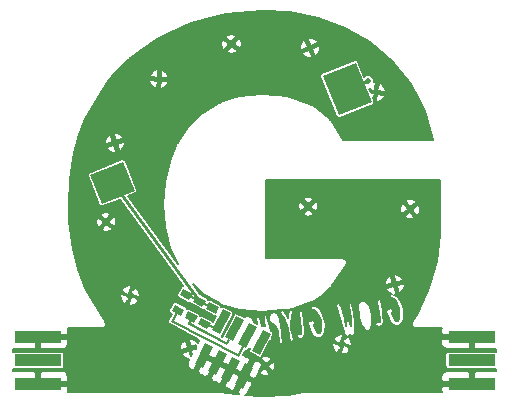
<source format=gbl>
G04 #@! TF.FileFunction,Copper,L2,Bot,Signal*
%FSLAX46Y46*%
G04 Gerber Fmt 4.6, Leading zero omitted, Abs format (unit mm)*
G04 Created by KiCad (PCBNEW 4.0.0-rc2-stable) date 3/3/2016 3:44:06 PM*
%MOMM*%
G01*
G04 APERTURE LIST*
%ADD10C,0.150000*%
%ADD11C,0.500000*%
%ADD12R,4.000000X1.000000*%
%ADD13C,0.600000*%
%ADD14C,0.254000*%
%ADD15C,0.152400*%
G04 APERTURE END LIST*
D10*
D11*
X71910120Y-35177056D03*
X80530949Y-35407843D03*
X79220894Y-41773904D03*
X74754607Y-46844849D03*
X68275811Y-48680752D03*
X61877070Y-47225427D03*
X56816458Y-42709335D03*
X54803297Y-36487400D03*
X55519672Y-29791433D03*
X59282743Y-24392169D03*
X65406297Y-21419374D03*
X72037030Y-21739019D03*
X77612412Y-25460056D03*
D12*
X85757630Y-50192207D03*
X85757630Y-48192207D03*
X85757630Y-46192207D03*
D13*
X84757630Y-50192207D03*
X84757630Y-48192207D03*
X84757630Y-46192207D03*
D12*
X49020840Y-46192207D03*
X49020840Y-48192207D03*
X49020840Y-50192207D03*
D13*
X50020840Y-46192207D03*
X50020840Y-48192207D03*
X50020840Y-50192207D03*
D10*
G36*
X53461950Y-32520598D02*
X56247904Y-31407738D01*
X57212382Y-33822232D01*
X54426428Y-34935092D01*
X53461950Y-32520598D01*
X53461950Y-32520598D01*
G37*
G36*
X73149618Y-24117876D02*
X75935573Y-23005016D01*
X77271004Y-26348162D01*
X74485049Y-27461022D01*
X73149618Y-24117876D01*
X73149618Y-24117876D01*
G37*
D11*
X76974749Y-24528208D03*
D10*
G36*
X62275507Y-48495097D02*
X63190759Y-46716807D01*
X63866509Y-47064603D01*
X62951257Y-48842893D01*
X62275507Y-48495097D01*
X62275507Y-48495097D01*
G37*
G36*
X63404721Y-49076282D02*
X64319973Y-47297992D01*
X64995723Y-47645788D01*
X64080471Y-49424078D01*
X63404721Y-49076282D01*
X63404721Y-49076282D01*
G37*
G36*
X64533934Y-49657467D02*
X65449186Y-47879177D01*
X66124936Y-48226973D01*
X65209684Y-50005263D01*
X64533934Y-49657467D01*
X64533934Y-49657467D01*
G37*
G36*
X65663148Y-50238652D02*
X66578400Y-48460362D01*
X67254150Y-48808158D01*
X66338898Y-50586448D01*
X65663148Y-50238652D01*
X65663148Y-50238652D01*
G37*
G36*
X63739910Y-45649834D02*
X64655162Y-43871544D01*
X65330912Y-44219340D01*
X64415660Y-45997630D01*
X63739910Y-45649834D01*
X63739910Y-45649834D01*
G37*
G36*
X64869124Y-46231019D02*
X65784376Y-44452729D01*
X66460126Y-44800525D01*
X65544874Y-46578815D01*
X64869124Y-46231019D01*
X64869124Y-46231019D01*
G37*
G36*
X65998337Y-46812204D02*
X66913589Y-45033914D01*
X67589339Y-45381710D01*
X66674087Y-47160000D01*
X65998337Y-46812204D01*
X65998337Y-46812204D01*
G37*
G36*
X67136442Y-47397965D02*
X68051694Y-45619676D01*
X68709662Y-45958319D01*
X67794410Y-47736608D01*
X67136442Y-47397965D01*
X67136442Y-47397965D01*
G37*
G36*
X63255818Y-43826135D02*
X63530394Y-43292648D01*
X64330624Y-43704511D01*
X64056048Y-44237998D01*
X63255818Y-43826135D01*
X63255818Y-43826135D01*
G37*
G36*
X62569379Y-45159852D02*
X62843955Y-44626365D01*
X63644185Y-45038228D01*
X63369609Y-45571715D01*
X62569379Y-45159852D01*
X62569379Y-45159852D01*
G37*
G36*
X61457948Y-44587819D02*
X61732524Y-44054332D01*
X62532754Y-44466195D01*
X62258178Y-44999682D01*
X61457948Y-44587819D01*
X61457948Y-44587819D01*
G37*
G36*
X62144387Y-43254102D02*
X62418963Y-42720615D01*
X63219193Y-43132478D01*
X62944617Y-43665965D01*
X62144387Y-43254102D01*
X62144387Y-43254102D01*
G37*
G36*
X61032956Y-42682070D02*
X61307532Y-42148583D01*
X62107762Y-42560446D01*
X61833186Y-43093933D01*
X61032956Y-42682070D01*
X61032956Y-42682070D01*
G37*
G36*
X60346517Y-44015787D02*
X60621093Y-43482300D01*
X61421323Y-43894163D01*
X61146747Y-44427650D01*
X60346517Y-44015787D01*
X60346517Y-44015787D01*
G37*
G36*
X63261729Y-45235022D02*
X63353254Y-45057193D01*
X64153485Y-45469056D01*
X64061960Y-45646885D01*
X63261729Y-45235022D01*
X63261729Y-45235022D01*
G37*
G36*
X61675012Y-45149409D02*
X61766537Y-44971580D01*
X65145288Y-46710559D01*
X65053763Y-46888388D01*
X61675012Y-45149409D01*
X61675012Y-45149409D01*
G37*
G36*
X60268736Y-44931729D02*
X60360261Y-44753900D01*
X66139702Y-47728469D01*
X66048177Y-47906298D01*
X60268736Y-44931729D01*
X60268736Y-44931729D01*
G37*
G36*
X61720775Y-45060494D02*
X61903826Y-44704836D01*
X62081655Y-44796362D01*
X61898604Y-45152020D01*
X61720775Y-45060494D01*
X61720775Y-45060494D01*
G37*
G36*
X64921696Y-46707947D02*
X65104747Y-46352289D01*
X65282576Y-46443815D01*
X65099525Y-46799473D01*
X64921696Y-46707947D01*
X64921696Y-46707947D01*
G37*
G36*
X65938992Y-47681400D02*
X66305093Y-46970084D01*
X66482922Y-47061610D01*
X66116821Y-47772926D01*
X65938992Y-47681400D01*
X65938992Y-47681400D01*
G37*
G36*
X60337379Y-44798357D02*
X60703480Y-44087041D01*
X60881309Y-44178567D01*
X60515208Y-44889883D01*
X60337379Y-44798357D01*
X60337379Y-44798357D01*
G37*
G36*
X61791340Y-42847460D02*
X61882865Y-42669631D01*
X63661154Y-43584882D01*
X63569629Y-43762711D01*
X61791340Y-42847460D01*
X61791340Y-42847460D01*
G37*
D14*
X75210000Y-25230000D02*
X76970000Y-24530000D01*
X75210000Y-25230000D02*
X76970000Y-24530000D01*
X75210000Y-25230000D02*
X76970000Y-24530000D01*
X75210000Y-25230000D02*
X76970000Y-24530000D01*
X75210000Y-25230000D02*
X76970000Y-24530000D01*
X75210000Y-25230000D02*
X76970000Y-24530000D01*
X75210000Y-25230000D02*
X76970000Y-24530000D01*
X75210000Y-25230000D02*
X76970000Y-24530000D01*
X75210000Y-25230000D02*
X76970000Y-24530000D01*
X55340000Y-33170000D02*
X62730000Y-43220000D01*
X55340000Y-33170000D02*
X62730000Y-43220000D01*
X55340000Y-33170000D02*
X62730000Y-43220000D01*
X55340000Y-33170000D02*
X62730000Y-43220000D01*
X55340000Y-33170000D02*
X62730000Y-43220000D01*
X55340000Y-33170000D02*
X62730000Y-43220000D01*
X55340000Y-33170000D02*
X62730000Y-43220000D01*
X55340000Y-33170000D02*
X62730000Y-43220000D01*
X55340000Y-33170000D02*
X62730000Y-43220000D01*
D15*
G36*
X70371969Y-18746705D02*
X72752958Y-19248483D01*
X75032469Y-20083649D01*
X77120507Y-21269811D01*
X78981028Y-22826774D01*
X80566778Y-24764911D01*
X81800503Y-27095280D01*
X82508481Y-29521400D01*
X74880733Y-29521400D01*
X73793203Y-27857571D01*
X73763333Y-27827090D01*
X73736180Y-27794180D01*
X72266180Y-26594179D01*
X72225671Y-26572662D01*
X72186577Y-26548675D01*
X70346577Y-25868675D01*
X70311127Y-25863039D01*
X70276758Y-25852688D01*
X67996758Y-25632688D01*
X67970560Y-25635321D01*
X67944369Y-25632581D01*
X66104369Y-25802582D01*
X66073670Y-25811692D01*
X66041899Y-25815697D01*
X64421899Y-26355697D01*
X64393997Y-26371602D01*
X64363890Y-26382787D01*
X62983891Y-27232787D01*
X62961853Y-27253252D01*
X62936549Y-27269514D01*
X61796549Y-28369514D01*
X61779955Y-28393413D01*
X61759264Y-28413863D01*
X60859264Y-29743863D01*
X60848659Y-29769047D01*
X60833327Y-29791664D01*
X60183327Y-31331664D01*
X60178575Y-31354744D01*
X60168806Y-31376190D01*
X59768806Y-33076190D01*
X59768032Y-33098453D01*
X59762124Y-33119931D01*
X59632124Y-34919931D01*
X59634636Y-34940042D01*
X59632130Y-34960156D01*
X59772130Y-36890156D01*
X59778494Y-36913264D01*
X59779627Y-36937203D01*
X60209626Y-38667202D01*
X60220968Y-38691296D01*
X60227239Y-38717174D01*
X60853110Y-40067268D01*
X56619647Y-34309987D01*
X57298843Y-34038680D01*
X57371600Y-33992453D01*
X57425281Y-33917097D01*
X57445415Y-33826793D01*
X57428830Y-33735771D01*
X56464352Y-31321277D01*
X56418125Y-31248520D01*
X56342769Y-31194839D01*
X56252465Y-31174705D01*
X56161443Y-31191290D01*
X53375489Y-32304150D01*
X53302732Y-32350377D01*
X53249051Y-32425733D01*
X53228917Y-32516037D01*
X53245502Y-32607059D01*
X54209980Y-35021553D01*
X54256207Y-35094310D01*
X54331563Y-35147991D01*
X54421867Y-35168125D01*
X54512889Y-35151540D01*
X55937297Y-34582555D01*
X61330385Y-41916864D01*
X61239486Y-41925659D01*
X61158117Y-41969696D01*
X61100292Y-42041920D01*
X60825716Y-42575407D01*
X60801122Y-42658025D01*
X60810032Y-42750116D01*
X60854069Y-42831485D01*
X60926293Y-42889310D01*
X61726523Y-43301173D01*
X61809141Y-43325767D01*
X61901232Y-43316857D01*
X61919970Y-43306716D01*
X61921463Y-43322148D01*
X61965500Y-43403517D01*
X62037724Y-43461342D01*
X62837954Y-43873205D01*
X62920572Y-43897799D01*
X63012663Y-43888889D01*
X63031401Y-43878748D01*
X63032894Y-43894181D01*
X63076931Y-43975550D01*
X63149155Y-44033375D01*
X63949385Y-44445238D01*
X64032003Y-44469832D01*
X64087880Y-44464426D01*
X63846846Y-44932742D01*
X63823072Y-44888813D01*
X63750848Y-44830988D01*
X62950618Y-44419125D01*
X62868000Y-44394531D01*
X62775909Y-44403441D01*
X62757171Y-44413582D01*
X62755678Y-44398149D01*
X62711641Y-44316780D01*
X62639417Y-44258955D01*
X61839187Y-43847092D01*
X61756569Y-43822498D01*
X61664478Y-43831408D01*
X61645740Y-43841549D01*
X61644247Y-43826117D01*
X61600210Y-43744748D01*
X61527986Y-43686923D01*
X60727756Y-43275060D01*
X60645138Y-43250466D01*
X60553047Y-43259376D01*
X60471678Y-43303413D01*
X60413853Y-43375637D01*
X60139277Y-43909124D01*
X60114683Y-43991742D01*
X60123593Y-44083833D01*
X60167630Y-44165202D01*
X60239854Y-44223027D01*
X60343814Y-44276533D01*
X60130139Y-44691694D01*
X60130137Y-44691700D01*
X60061496Y-44825067D01*
X60036902Y-44907684D01*
X60045812Y-44999775D01*
X60089849Y-45081144D01*
X60162073Y-45138969D01*
X62679064Y-46434417D01*
X62618142Y-46552785D01*
X62539008Y-46706540D01*
X62344379Y-46514760D01*
X62036846Y-46390025D01*
X61887901Y-46374952D01*
X61797304Y-46525464D01*
X61960819Y-47069748D01*
X62423633Y-46930709D01*
X62361897Y-47050658D01*
X62408554Y-47196276D01*
X62356227Y-47211996D01*
X62295061Y-47180515D01*
X62264708Y-47239491D01*
X62170797Y-47267704D01*
X62142661Y-47239568D01*
X62090361Y-47291868D01*
X62032749Y-47309176D01*
X62042060Y-47340169D01*
X61891211Y-47491018D01*
X62052328Y-47652135D01*
X61940196Y-47870001D01*
X61793321Y-47381106D01*
X61249037Y-47544621D01*
X61173373Y-47703166D01*
X61409761Y-47936094D01*
X61717294Y-48060829D01*
X61835808Y-48072822D01*
X61809247Y-48124429D01*
X61702891Y-48331074D01*
X61683710Y-48562690D01*
X61754624Y-48784017D01*
X61904839Y-48961357D01*
X62058087Y-49040231D01*
X62254783Y-48977208D01*
X62831552Y-47856574D01*
X62813769Y-47847421D01*
X62976501Y-47531242D01*
X62994284Y-47540394D01*
X63003437Y-47522611D01*
X63319616Y-47685343D01*
X63310464Y-47703126D01*
X63879828Y-47996167D01*
X64123498Y-48121579D01*
X64132651Y-48103796D01*
X64448830Y-48266528D01*
X64439678Y-48284311D01*
X64683347Y-48409723D01*
X65252711Y-48702764D01*
X65261864Y-48684981D01*
X65578043Y-48847713D01*
X65568891Y-48865496D01*
X66138255Y-49158537D01*
X66381925Y-49283949D01*
X66958694Y-48163315D01*
X66895670Y-47966620D01*
X66742422Y-47887745D01*
X66592704Y-47875347D01*
X66495604Y-47760713D01*
X66408356Y-47715808D01*
X66585056Y-47372489D01*
X66650042Y-47391834D01*
X66742133Y-47382924D01*
X66823502Y-47338887D01*
X66881327Y-47266663D01*
X66933413Y-47165463D01*
X66978239Y-47196026D01*
X66929202Y-47291302D01*
X66904608Y-47373920D01*
X66913518Y-47466011D01*
X66957555Y-47547380D01*
X67029780Y-47605205D01*
X67687748Y-47943848D01*
X67770365Y-47968442D01*
X67862456Y-47959532D01*
X67943825Y-47915495D01*
X67950838Y-47906735D01*
X67928227Y-48067975D01*
X68291884Y-48504708D01*
X68728617Y-48141051D01*
X68736128Y-47965537D01*
X68427387Y-47843823D01*
X68095570Y-47849525D01*
X67963823Y-47890518D01*
X68001650Y-47843271D01*
X68523643Y-46829063D01*
X73904210Y-46829063D01*
X73962901Y-47155698D01*
X74052567Y-47295439D01*
X74028513Y-47319493D01*
X74138710Y-47429690D01*
X74142123Y-47435009D01*
X74156753Y-47447733D01*
X74279963Y-47570943D01*
X74308933Y-47541973D01*
X74652979Y-47541973D01*
X74738821Y-47695246D01*
X75065456Y-47636555D01*
X75205197Y-47546889D01*
X75229251Y-47570943D01*
X75339448Y-47460746D01*
X75344767Y-47457333D01*
X75357491Y-47442703D01*
X75480701Y-47319493D01*
X75393975Y-47232767D01*
X75372345Y-47183538D01*
X75330850Y-47169642D01*
X75020198Y-46858990D01*
X74865410Y-47013778D01*
X74833444Y-47003073D01*
X74811960Y-47067228D01*
X74768748Y-47110440D01*
X74790279Y-47131971D01*
X74652979Y-47541973D01*
X74308933Y-47541973D01*
X74366689Y-47484217D01*
X74415918Y-47462587D01*
X74429814Y-47421092D01*
X74740466Y-47110440D01*
X74585678Y-46955652D01*
X74596383Y-46923686D01*
X74532228Y-46902202D01*
X74489016Y-46858990D01*
X74467485Y-46880521D01*
X74057483Y-46743221D01*
X73904210Y-46829063D01*
X68523643Y-46829063D01*
X68659872Y-46564378D01*
X68682527Y-46565163D01*
X68742527Y-46555163D01*
X68764078Y-46548155D01*
X68824078Y-46518155D01*
X68843132Y-46504621D01*
X68860197Y-46479646D01*
X68866200Y-46450000D01*
X68866200Y-46360000D01*
X68864239Y-46342825D01*
X68836225Y-46221733D01*
X68916902Y-46064982D01*
X68941496Y-45982364D01*
X68932586Y-45890273D01*
X68888549Y-45808904D01*
X68816324Y-45751079D01*
X68715316Y-45699092D01*
X68554239Y-45002825D01*
X68553364Y-44999406D01*
X68418794Y-44520000D01*
X68603800Y-44520000D01*
X68603800Y-44740000D01*
X68606373Y-44759634D01*
X68646373Y-44909634D01*
X68653763Y-44927671D01*
X68673638Y-44950473D01*
X68973638Y-45180473D01*
X68994190Y-45191696D01*
X69206213Y-45268024D01*
X69296188Y-45618926D01*
X69301845Y-45634078D01*
X69332735Y-45695858D01*
X69323931Y-45845525D01*
X69324740Y-45861931D01*
X69454740Y-46681931D01*
X69457710Y-46694097D01*
X69477710Y-46754097D01*
X69495379Y-46783132D01*
X69520354Y-46800197D01*
X69550000Y-46806200D01*
X69610000Y-46806200D01*
X69624944Y-46804720D01*
X69724944Y-46784720D01*
X69744719Y-46777831D01*
X69768374Y-46758979D01*
X69782830Y-46732410D01*
X69785811Y-46702309D01*
X69716058Y-46014740D01*
X69706148Y-45747180D01*
X69693402Y-45707732D01*
X69678199Y-45684928D01*
X69688928Y-45672487D01*
X69696136Y-45643111D01*
X69691348Y-45613244D01*
X69634075Y-45460516D01*
X69555279Y-44958191D01*
X69554720Y-44955056D01*
X69534720Y-44855056D01*
X69526810Y-44833356D01*
X69507290Y-44810250D01*
X69485987Y-44799437D01*
X69496460Y-44787276D01*
X69505726Y-44758483D01*
X69503060Y-44728352D01*
X69423060Y-44458352D01*
X69407670Y-44430194D01*
X69217670Y-44210194D01*
X69182729Y-44187269D01*
X69022729Y-44137269D01*
X68991585Y-44134266D01*
X68901585Y-44144266D01*
X68897473Y-44144837D01*
X68837473Y-44154837D01*
X68802398Y-44170498D01*
X68702398Y-44250498D01*
X68677710Y-44285903D01*
X68607710Y-44495903D01*
X68603800Y-44520000D01*
X68418794Y-44520000D01*
X68393364Y-44429406D01*
X68374901Y-44397157D01*
X68350017Y-44379961D01*
X68280017Y-44349961D01*
X68261736Y-44344709D01*
X68231519Y-44346075D01*
X68191519Y-44356075D01*
X68159980Y-44372516D01*
X68141556Y-44396506D01*
X68133917Y-44425773D01*
X68123917Y-44605773D01*
X68124783Y-44622197D01*
X68184783Y-44992197D01*
X68186337Y-44999499D01*
X68254415Y-45256682D01*
X68201447Y-45264248D01*
X68093928Y-45273208D01*
X67967213Y-45249449D01*
X67960414Y-45242650D01*
X67914829Y-45005610D01*
X67913077Y-44998409D01*
X67783077Y-44558409D01*
X67776359Y-44542544D01*
X67756558Y-44519677D01*
X67729421Y-44506316D01*
X67699224Y-44504566D01*
X67559224Y-44524566D01*
X67530199Y-44535021D01*
X67508054Y-44555625D01*
X67495670Y-44583221D01*
X67494999Y-44613462D01*
X67585483Y-45117588D01*
X67303956Y-44972691D01*
X67285357Y-44848696D01*
X67277431Y-44824510D01*
X67177431Y-44634510D01*
X67156107Y-44609332D01*
X66906107Y-44419332D01*
X66889646Y-44409803D01*
X66860000Y-44403800D01*
X66700000Y-44403800D01*
X66681519Y-44406075D01*
X66641519Y-44416075D01*
X66625922Y-44421845D01*
X66585922Y-44441845D01*
X66565834Y-44456404D01*
X66549250Y-44481700D01*
X66515230Y-44566749D01*
X65891039Y-44245489D01*
X65808421Y-44220895D01*
X65716330Y-44229805D01*
X65634961Y-44273842D01*
X65577136Y-44346066D01*
X64661884Y-46124356D01*
X64642455Y-46189623D01*
X64580225Y-46157594D01*
X64622900Y-46104293D01*
X65538152Y-44326003D01*
X65562746Y-44243385D01*
X65553836Y-44151294D01*
X65509799Y-44069925D01*
X65437575Y-44012100D01*
X64761825Y-43664304D01*
X64679207Y-43639710D01*
X64587116Y-43648620D01*
X64556336Y-43665278D01*
X64553548Y-43636465D01*
X64509511Y-43555096D01*
X64437287Y-43497271D01*
X63637057Y-43085408D01*
X63554439Y-43060814D01*
X63462348Y-43069724D01*
X63443610Y-43079865D01*
X63442117Y-43064432D01*
X63398080Y-42983063D01*
X63325856Y-42925238D01*
X62728612Y-42617848D01*
X62107935Y-41773761D01*
X63073131Y-42646634D01*
X63099851Y-42662610D01*
X63123497Y-42682868D01*
X64493498Y-43452868D01*
X64523056Y-43462522D01*
X64550565Y-43477036D01*
X66130565Y-43947036D01*
X66158952Y-43949677D01*
X66186341Y-43957594D01*
X67946341Y-44107594D01*
X67970287Y-44104917D01*
X67994240Y-44107544D01*
X69678765Y-43960424D01*
X69631700Y-43979250D01*
X69605834Y-43996404D01*
X69589250Y-44021700D01*
X69549250Y-44121700D01*
X69544591Y-44160952D01*
X69554793Y-44189427D01*
X69812593Y-44615788D01*
X70107466Y-45254680D01*
X70155337Y-45465311D01*
X70285046Y-46173724D01*
X70286960Y-46181715D01*
X70396960Y-46551715D01*
X70405821Y-46571080D01*
X70426860Y-46592812D01*
X70454696Y-46604647D01*
X70484944Y-46604720D01*
X70584944Y-46584720D01*
X70612268Y-46573402D01*
X70672268Y-46533402D01*
X70694181Y-46511076D01*
X70705105Y-46482869D01*
X70704195Y-46452635D01*
X70636187Y-46162053D01*
X70934215Y-46162053D01*
X70937095Y-46192164D01*
X70951462Y-46218782D01*
X71001462Y-46278782D01*
X71035903Y-46302290D01*
X71245903Y-46372290D01*
X71287453Y-46374174D01*
X71304321Y-46370205D01*
X74028513Y-46370205D01*
X74115239Y-46456931D01*
X74136869Y-46506160D01*
X74178364Y-46520056D01*
X74489016Y-46830708D01*
X74643804Y-46675920D01*
X74675770Y-46686625D01*
X74697254Y-46622470D01*
X74740466Y-46579258D01*
X74718935Y-46557727D01*
X74856235Y-46147725D01*
X74770393Y-45994452D01*
X74443758Y-46053143D01*
X74304017Y-46142809D01*
X74279963Y-46118755D01*
X74169766Y-46228952D01*
X74164447Y-46232365D01*
X74151723Y-46246995D01*
X74028513Y-46370205D01*
X71304321Y-46370205D01*
X71457453Y-46334174D01*
X71479333Y-46325263D01*
X71501626Y-46304819D01*
X71661626Y-46084819D01*
X71671816Y-46065473D01*
X71676069Y-46035525D01*
X71666069Y-45865525D01*
X71665872Y-45862942D01*
X71625872Y-45432942D01*
X71625464Y-45429435D01*
X71577226Y-45084877D01*
X71863956Y-45084877D01*
X71871845Y-45114078D01*
X71969511Y-45309410D01*
X72167834Y-45894463D01*
X72175574Y-45910690D01*
X72295574Y-46100690D01*
X72323511Y-46126896D01*
X72653511Y-46306896D01*
X72694005Y-46316095D01*
X72884005Y-46306095D01*
X72900050Y-46303515D01*
X73010050Y-46273515D01*
X73043882Y-46253882D01*
X73213882Y-46083882D01*
X73232290Y-46054097D01*
X73332290Y-45754097D01*
X73335887Y-45736899D01*
X73375887Y-45296899D01*
X73376148Y-45287180D01*
X73366200Y-45018584D01*
X73366200Y-44980000D01*
X73363663Y-44960501D01*
X73273663Y-44620501D01*
X73270460Y-44610987D01*
X73060460Y-44100987D01*
X73050738Y-44083986D01*
X72800738Y-43753986D01*
X72773128Y-43731378D01*
X72483128Y-43591378D01*
X72445247Y-43583948D01*
X72285247Y-43593948D01*
X72261700Y-43599250D01*
X72211700Y-43619250D01*
X72185834Y-43636404D01*
X72169250Y-43661700D01*
X72129250Y-43761700D01*
X72123807Y-43788996D01*
X72129419Y-43818718D01*
X72146153Y-43843916D01*
X72171371Y-43860618D01*
X72525995Y-44004385D01*
X72676648Y-44163899D01*
X72897328Y-44614854D01*
X72954902Y-44893130D01*
X72973946Y-45026439D01*
X72983689Y-45386916D01*
X72945365Y-45741412D01*
X72896711Y-45863048D01*
X72878414Y-45877685D01*
X72727789Y-45900279D01*
X72618742Y-45827581D01*
X72442395Y-45484168D01*
X72384873Y-45215731D01*
X72380523Y-45189635D01*
X72480960Y-45055720D01*
X72495969Y-45015927D01*
X72492290Y-44985903D01*
X72482290Y-44955903D01*
X72480750Y-44951700D01*
X72460750Y-44901700D01*
X72445600Y-44877894D01*
X72420948Y-44860368D01*
X72330948Y-44820368D01*
X72286758Y-44814959D01*
X72118645Y-44844626D01*
X72040549Y-44854388D01*
X72025077Y-44857991D01*
X71999025Y-44873361D01*
X71899025Y-44963361D01*
X71885632Y-44979217D01*
X71874837Y-45007473D01*
X71864837Y-45067473D01*
X71863956Y-45084877D01*
X71577226Y-45084877D01*
X71555464Y-44929435D01*
X71555377Y-44928833D01*
X71435377Y-44118833D01*
X71428155Y-44095922D01*
X71398155Y-44035922D01*
X71384621Y-44016868D01*
X71359646Y-43999803D01*
X71330000Y-43993800D01*
X71250000Y-43993800D01*
X71210795Y-44004659D01*
X71160795Y-44034659D01*
X71146868Y-44045379D01*
X71129803Y-44070354D01*
X71123800Y-44100000D01*
X71123800Y-44420000D01*
X71124566Y-44430776D01*
X71164566Y-44710776D01*
X71164660Y-44711415D01*
X71314127Y-45697896D01*
X71329720Y-45970784D01*
X71296544Y-45973800D01*
X71060000Y-45973800D01*
X71031963Y-45979145D01*
X71006606Y-45995636D01*
X70989662Y-46020692D01*
X70939662Y-46140692D01*
X70934215Y-46162053D01*
X70636187Y-46162053D01*
X70484520Y-45514026D01*
X70411548Y-45140044D01*
X70429502Y-45117602D01*
X70445235Y-45082091D01*
X70535235Y-44522091D01*
X70535822Y-44517582D01*
X70585822Y-44017582D01*
X70583268Y-43989066D01*
X70563268Y-43919066D01*
X70555470Y-43901011D01*
X70535143Y-43878611D01*
X70507702Y-43865885D01*
X70477473Y-43864837D01*
X70417473Y-43874837D01*
X70382398Y-43890498D01*
X70332398Y-43930498D01*
X70317573Y-43946304D01*
X70305491Y-43974034D01*
X70215491Y-44394034D01*
X70214486Y-44399795D01*
X70188148Y-44594693D01*
X70086518Y-44412828D01*
X70083659Y-44408119D01*
X69833659Y-44028119D01*
X69812268Y-44006598D01*
X69752268Y-43966598D01*
X69720829Y-43956750D01*
X70284240Y-43907544D01*
X70315860Y-43898333D01*
X70348522Y-43894162D01*
X71472610Y-43517473D01*
X74294837Y-43517473D01*
X74296149Y-43548776D01*
X74596149Y-44728776D01*
X74596919Y-44731576D01*
X74906919Y-45781576D01*
X74909729Y-45789469D01*
X75039729Y-46099469D01*
X75052091Y-46119528D01*
X75075922Y-46138155D01*
X75115922Y-46158155D01*
X75135056Y-46164720D01*
X75175248Y-46172758D01*
X75142524Y-46205482D01*
X75093296Y-46227111D01*
X75079400Y-46268606D01*
X74768748Y-46579258D01*
X74923536Y-46734046D01*
X74912831Y-46766012D01*
X74976986Y-46787496D01*
X75020198Y-46830708D01*
X75041729Y-46809177D01*
X75451731Y-46946477D01*
X75605004Y-46860635D01*
X75546313Y-46534000D01*
X75456647Y-46394259D01*
X75480701Y-46370205D01*
X75370504Y-46260008D01*
X75367091Y-46254689D01*
X75352461Y-46241965D01*
X75295924Y-46185428D01*
X75309530Y-46183655D01*
X75336647Y-46170253D01*
X75356414Y-46147358D01*
X75435136Y-46007407D01*
X75482908Y-46096126D01*
X75495379Y-46113132D01*
X75520354Y-46130197D01*
X75550000Y-46136200D01*
X75600000Y-46136200D01*
X75612527Y-46135163D01*
X75672527Y-46125163D01*
X75688300Y-46120750D01*
X75738300Y-46100750D01*
X75761074Y-46086550D01*
X75779051Y-46062224D01*
X75849051Y-45912224D01*
X75856131Y-45883240D01*
X75876131Y-45413240D01*
X75876078Y-45405694D01*
X75846078Y-44875694D01*
X75845235Y-44867909D01*
X75665235Y-43747909D01*
X75664174Y-43742547D01*
X75629474Y-43595069D01*
X76073969Y-43595069D01*
X76083969Y-43745069D01*
X76084594Y-43750968D01*
X76091520Y-43798579D01*
X76164594Y-44300968D01*
X76164987Y-44303395D01*
X76214987Y-44583395D01*
X76216268Y-44589235D01*
X76336268Y-45049235D01*
X76340630Y-45061532D01*
X76490630Y-45391532D01*
X76503495Y-45411124D01*
X76693495Y-45621124D01*
X76718468Y-45639370D01*
X76828468Y-45689370D01*
X76867582Y-45695822D01*
X76967582Y-45685822D01*
X76978481Y-45683925D01*
X77058481Y-45663925D01*
X77074437Y-45657974D01*
X77098170Y-45639221D01*
X77208170Y-45509221D01*
X77220750Y-45488300D01*
X77260750Y-45388300D01*
X77265567Y-45350200D01*
X77255801Y-45321572D01*
X77245049Y-45309518D01*
X77266386Y-45300455D01*
X77286252Y-45277645D01*
X77295678Y-45248903D01*
X77307072Y-45152053D01*
X77574215Y-45152053D01*
X77577095Y-45182164D01*
X77591462Y-45208782D01*
X77641462Y-45268782D01*
X77675903Y-45292290D01*
X77885903Y-45362290D01*
X77927453Y-45364174D01*
X78097453Y-45324174D01*
X78119333Y-45315263D01*
X78141626Y-45294819D01*
X78301626Y-45074819D01*
X78311816Y-45055473D01*
X78316069Y-45025525D01*
X78306069Y-44855525D01*
X78305872Y-44852942D01*
X78265872Y-44422942D01*
X78265464Y-44419435D01*
X78217226Y-44074877D01*
X78503956Y-44074877D01*
X78511845Y-44104078D01*
X78609247Y-44298882D01*
X78797468Y-44883358D01*
X78807112Y-44903029D01*
X78937112Y-45093029D01*
X78962642Y-45116414D01*
X79282642Y-45296414D01*
X79323805Y-45306105D01*
X79523805Y-45296105D01*
X79540050Y-45293515D01*
X79650050Y-45263515D01*
X79683882Y-45243882D01*
X79853882Y-45073882D01*
X79872290Y-45044097D01*
X79972290Y-44744097D01*
X79975887Y-44726899D01*
X80015887Y-44286899D01*
X80016148Y-44277180D01*
X80006148Y-44007180D01*
X80003925Y-43991519D01*
X79994046Y-43952003D01*
X79914174Y-43612547D01*
X79909968Y-43599818D01*
X79689968Y-43089818D01*
X79680738Y-43073986D01*
X79430738Y-42743986D01*
X79403128Y-42721378D01*
X79199729Y-42623185D01*
X79212036Y-42624402D01*
X79302283Y-42473680D01*
X79137506Y-41929777D01*
X78593603Y-42094554D01*
X78518307Y-42253274D01*
X78755235Y-42485653D01*
X78987929Y-42579405D01*
X78915247Y-42583948D01*
X78885922Y-42591845D01*
X78845922Y-42611845D01*
X78825834Y-42626404D01*
X78809250Y-42651700D01*
X78769250Y-42751700D01*
X78763807Y-42778996D01*
X78769419Y-42808718D01*
X78786153Y-42833916D01*
X78811371Y-42850618D01*
X79165995Y-42994385D01*
X79316648Y-43153899D01*
X79536761Y-43603696D01*
X79584722Y-43881869D01*
X79604092Y-44017456D01*
X79623578Y-44377946D01*
X79585600Y-44729238D01*
X79529017Y-44850487D01*
X79518401Y-44858449D01*
X79357764Y-44889047D01*
X79258646Y-44818248D01*
X79072859Y-44474542D01*
X79025093Y-44207053D01*
X79020523Y-44179635D01*
X79120960Y-44045720D01*
X79135969Y-44005927D01*
X79132290Y-43975903D01*
X79122290Y-43945903D01*
X79120750Y-43941700D01*
X79100750Y-43891700D01*
X79083596Y-43865834D01*
X79058300Y-43849250D01*
X78958300Y-43809250D01*
X78916758Y-43804959D01*
X78748645Y-43834626D01*
X78670549Y-43844388D01*
X78651327Y-43849401D01*
X78626118Y-43866118D01*
X78536118Y-43956118D01*
X78525632Y-43969217D01*
X78514837Y-43997473D01*
X78504837Y-44057473D01*
X78503956Y-44074877D01*
X78217226Y-44074877D01*
X78195464Y-43919435D01*
X78195377Y-43918833D01*
X78075377Y-43108833D01*
X78068155Y-43085922D01*
X78038155Y-43025922D01*
X78024621Y-43006868D01*
X77999646Y-42989803D01*
X77970000Y-42983800D01*
X77880000Y-42983800D01*
X77861599Y-42986055D01*
X77834280Y-42999040D01*
X77794280Y-43029040D01*
X77769803Y-43060354D01*
X77763800Y-43090000D01*
X77763800Y-43410000D01*
X77764566Y-43420776D01*
X77804566Y-43700776D01*
X77804660Y-43701415D01*
X77953964Y-44686819D01*
X77961804Y-44961239D01*
X77936198Y-44963800D01*
X77700000Y-44963800D01*
X77671963Y-44969145D01*
X77646606Y-44985636D01*
X77629662Y-45010692D01*
X77579662Y-45130692D01*
X77574215Y-45152053D01*
X77307072Y-45152053D01*
X77335678Y-44908903D01*
X77336052Y-44895247D01*
X77306052Y-44415247D01*
X77305073Y-44406944D01*
X77225073Y-43946944D01*
X77220116Y-43930163D01*
X77020116Y-43460163D01*
X77005318Y-43437594D01*
X76825318Y-43247594D01*
X76804078Y-43231845D01*
X76704078Y-43181845D01*
X76660549Y-43174388D01*
X76420549Y-43204388D01*
X76392194Y-43213840D01*
X76252194Y-43293840D01*
X76224910Y-43320380D01*
X76084910Y-43550380D01*
X76077987Y-43565089D01*
X76073969Y-43595069D01*
X75629474Y-43595069D01*
X75584174Y-43402547D01*
X75574179Y-43378920D01*
X75553140Y-43357188D01*
X75525304Y-43345353D01*
X75495056Y-43345280D01*
X75395056Y-43365280D01*
X75375378Y-43372119D01*
X75351697Y-43390937D01*
X75337202Y-43417486D01*
X75334178Y-43447582D01*
X75342728Y-43533081D01*
X75326732Y-43589066D01*
X75325390Y-43625485D01*
X75435085Y-44154017D01*
X75504527Y-44570667D01*
X75553924Y-44995481D01*
X75563322Y-45329106D01*
X75553925Y-45291519D01*
X75551416Y-45283426D01*
X75391416Y-44853426D01*
X75381537Y-44835060D01*
X75359205Y-44814659D01*
X75309205Y-44784659D01*
X75275927Y-44774031D01*
X75245903Y-44777710D01*
X75215903Y-44787710D01*
X75200795Y-44794659D01*
X75150795Y-44824659D01*
X75129090Y-44844214D01*
X75116075Y-44871519D01*
X75086075Y-44991519D01*
X75086075Y-45028481D01*
X75096075Y-45068481D01*
X75106598Y-45092268D01*
X75133800Y-45133071D01*
X75133800Y-45329820D01*
X74984121Y-44702320D01*
X74983268Y-44699066D01*
X74643268Y-43509066D01*
X74630149Y-43483218D01*
X74560149Y-43393218D01*
X74546558Y-43379677D01*
X74519421Y-43366316D01*
X74489224Y-43364566D01*
X74419224Y-43374566D01*
X74401700Y-43379250D01*
X74351700Y-43399250D01*
X74336570Y-43407388D01*
X74315632Y-43429217D01*
X74304837Y-43457473D01*
X74294837Y-43517473D01*
X71472610Y-43517473D01*
X72228523Y-43264162D01*
X72258738Y-43246875D01*
X72291104Y-43234063D01*
X73081104Y-42724063D01*
X73099584Y-42706158D01*
X73121375Y-42692469D01*
X73851375Y-42002469D01*
X73871014Y-41974798D01*
X73894548Y-41950351D01*
X73954201Y-41857292D01*
X79376767Y-41857292D01*
X79541544Y-42401195D01*
X79700264Y-42476491D01*
X79932643Y-42239563D01*
X80056664Y-41931742D01*
X80071392Y-41782762D01*
X79920670Y-41692515D01*
X79376767Y-41857292D01*
X73954201Y-41857292D01*
X74013333Y-41765046D01*
X78370396Y-41765046D01*
X78521118Y-41855293D01*
X79065021Y-41690516D01*
X78900244Y-41146613D01*
X78747450Y-41074128D01*
X79139505Y-41074128D01*
X79304282Y-41618031D01*
X79848185Y-41453254D01*
X79923481Y-41294534D01*
X79686553Y-41062155D01*
X79378732Y-40938134D01*
X79229752Y-40923406D01*
X79139505Y-41074128D01*
X78747450Y-41074128D01*
X78741524Y-41071317D01*
X78509145Y-41308245D01*
X78385124Y-41616066D01*
X78370396Y-41765046D01*
X74013333Y-41765046D01*
X75144548Y-40000351D01*
X75153607Y-39977248D01*
X75167393Y-39956616D01*
X75173257Y-39927134D01*
X75184231Y-39899148D01*
X75183759Y-39874337D01*
X75188600Y-39850000D01*
X75182736Y-39820517D01*
X75182164Y-39790464D01*
X75172234Y-39767724D01*
X75167393Y-39743384D01*
X75150693Y-39718390D01*
X75138664Y-39690843D01*
X75120786Y-39673632D01*
X75107000Y-39653000D01*
X75082007Y-39636300D01*
X75060351Y-39615452D01*
X75037248Y-39606393D01*
X75016616Y-39592607D01*
X74987136Y-39586743D01*
X74959149Y-39575769D01*
X74934337Y-39576241D01*
X74910000Y-39571400D01*
X68288600Y-39571400D01*
X68288600Y-36116940D01*
X80061262Y-36116940D01*
X80368375Y-36242705D01*
X80700238Y-36241369D01*
X80843757Y-36198777D01*
X80870441Y-36025140D01*
X80512561Y-35583661D01*
X80071082Y-35941540D01*
X80061262Y-36116940D01*
X68288600Y-36116940D01*
X68288600Y-35755692D01*
X71508261Y-35755692D01*
X71516739Y-35931162D01*
X71835267Y-36024300D01*
X72165191Y-35988452D01*
X72303501Y-35931162D01*
X72311979Y-35755692D01*
X71910120Y-35353833D01*
X71508261Y-35755692D01*
X68288600Y-35755692D01*
X68288600Y-35102203D01*
X71062876Y-35102203D01*
X71098724Y-35432127D01*
X71156014Y-35570437D01*
X71331484Y-35578915D01*
X71733343Y-35177056D01*
X72086897Y-35177056D01*
X72488756Y-35578915D01*
X72664226Y-35570437D01*
X72757364Y-35251909D01*
X72756643Y-35245269D01*
X79696087Y-35245269D01*
X79697423Y-35577132D01*
X79740015Y-35720651D01*
X79913652Y-35747335D01*
X80309764Y-35426231D01*
X80706767Y-35426231D01*
X81064646Y-35867710D01*
X81240046Y-35877530D01*
X81365811Y-35570417D01*
X81364475Y-35238554D01*
X81321883Y-35095035D01*
X81148246Y-35068351D01*
X80706767Y-35426231D01*
X80309764Y-35426231D01*
X80355131Y-35389455D01*
X79997252Y-34947976D01*
X79821852Y-34938156D01*
X79696087Y-35245269D01*
X72756643Y-35245269D01*
X72721516Y-34921985D01*
X72667073Y-34790546D01*
X80191457Y-34790546D01*
X80549337Y-35232025D01*
X80990816Y-34874146D01*
X81000636Y-34698746D01*
X80693523Y-34572981D01*
X80361660Y-34574317D01*
X80218141Y-34616909D01*
X80191457Y-34790546D01*
X72667073Y-34790546D01*
X72664226Y-34783675D01*
X72488756Y-34775197D01*
X72086897Y-35177056D01*
X71733343Y-35177056D01*
X71331484Y-34775197D01*
X71156014Y-34783675D01*
X71062876Y-35102203D01*
X68288600Y-35102203D01*
X68288600Y-34598420D01*
X71508261Y-34598420D01*
X71910120Y-35000279D01*
X72311979Y-34598420D01*
X72303501Y-34422950D01*
X71984973Y-34329812D01*
X71655049Y-34365660D01*
X71516739Y-34422950D01*
X71508261Y-34598420D01*
X68288600Y-34598420D01*
X68288600Y-32948600D01*
X83072553Y-32948600D01*
X83091328Y-37473307D01*
X82806118Y-39764823D01*
X82157168Y-42075476D01*
X81136149Y-44382589D01*
X80711592Y-44990477D01*
X80699431Y-45018205D01*
X80682607Y-45043384D01*
X80677809Y-45067505D01*
X80667931Y-45090028D01*
X80667307Y-45120303D01*
X80661400Y-45150000D01*
X80666198Y-45174120D01*
X80665691Y-45198709D01*
X80676700Y-45226918D01*
X80682607Y-45256616D01*
X80696269Y-45277063D01*
X80705211Y-45299975D01*
X80726178Y-45321824D01*
X80743000Y-45347000D01*
X80763449Y-45360664D01*
X80780477Y-45378408D01*
X80808205Y-45390569D01*
X80833384Y-45407393D01*
X80857505Y-45412191D01*
X80880028Y-45422069D01*
X80910303Y-45422693D01*
X80940000Y-45428600D01*
X83234486Y-45428600D01*
X83173430Y-45576002D01*
X83173430Y-45868357D01*
X83319480Y-46014407D01*
X83889710Y-46014407D01*
X83858218Y-46130540D01*
X83889012Y-46370007D01*
X83319480Y-46370007D01*
X83173430Y-46516057D01*
X83173430Y-46808412D01*
X83262369Y-47023130D01*
X83426708Y-47187468D01*
X83641426Y-47276407D01*
X85433780Y-47276407D01*
X85579830Y-47130357D01*
X85579830Y-46538605D01*
X85657042Y-46253874D01*
X85623676Y-45994407D01*
X85935430Y-45994407D01*
X85935430Y-46014407D01*
X85955430Y-46014407D01*
X85955430Y-46370007D01*
X85935430Y-46370007D01*
X85935430Y-47130357D01*
X86081480Y-47276407D01*
X87791400Y-47276407D01*
X87791400Y-47465968D01*
X87757630Y-47459129D01*
X83757630Y-47459129D01*
X83672916Y-47475069D01*
X83595112Y-47525135D01*
X83542915Y-47601527D01*
X83524552Y-47692207D01*
X83524552Y-48692207D01*
X83540492Y-48776921D01*
X83590558Y-48854725D01*
X83666950Y-48906922D01*
X83757630Y-48925285D01*
X87757630Y-48925285D01*
X87791400Y-48918931D01*
X87791400Y-49108007D01*
X86081480Y-49108007D01*
X85935430Y-49254057D01*
X85935430Y-50014407D01*
X85955430Y-50014407D01*
X85955430Y-50370007D01*
X85935430Y-50370007D01*
X85935430Y-50390007D01*
X85620126Y-50390007D01*
X85657042Y-50253874D01*
X85612177Y-49904990D01*
X85579830Y-49826897D01*
X85579830Y-49254057D01*
X85433780Y-49108007D01*
X83641426Y-49108007D01*
X83426708Y-49196946D01*
X83262369Y-49361284D01*
X83173430Y-49576002D01*
X83173430Y-49868357D01*
X83319480Y-50014407D01*
X83889710Y-50014407D01*
X83858218Y-50130540D01*
X83889012Y-50370007D01*
X83319480Y-50370007D01*
X83173430Y-50516057D01*
X83173430Y-50808412D01*
X83199520Y-50871400D01*
X71610000Y-50871400D01*
X71586077Y-50876158D01*
X71561694Y-50875620D01*
X70157601Y-51122820D01*
X67973746Y-51250703D01*
X66558200Y-51129636D01*
X66627818Y-51107330D01*
X66805159Y-50957115D01*
X66911515Y-50750470D01*
X67167760Y-50252597D01*
X67104737Y-50055902D01*
X66535373Y-49762861D01*
X65958604Y-50883495D01*
X66021628Y-51080190D01*
X66029913Y-51084454D01*
X64979747Y-50994637D01*
X64574887Y-50881654D01*
X64537138Y-50878787D01*
X64500000Y-50871400D01*
X51578950Y-50871400D01*
X51605040Y-50808412D01*
X51605040Y-50516057D01*
X51458990Y-50370007D01*
X50888760Y-50370007D01*
X50907117Y-50302310D01*
X64829390Y-50302310D01*
X64892414Y-50499005D01*
X65045662Y-50577880D01*
X65195380Y-50590278D01*
X65292480Y-50704912D01*
X65445728Y-50783786D01*
X65642424Y-50720763D01*
X66219193Y-49600129D01*
X65921052Y-49446681D01*
X66698105Y-49446681D01*
X67267469Y-49739722D01*
X67464165Y-49676698D01*
X67608651Y-49395967D01*
X67815494Y-49395967D01*
X68124235Y-49517681D01*
X68456052Y-49511979D01*
X68598998Y-49467502D01*
X68623395Y-49293529D01*
X68259738Y-48856796D01*
X67823005Y-49220453D01*
X67815494Y-49395967D01*
X67608651Y-49395967D01*
X67720410Y-49178826D01*
X67826766Y-48972181D01*
X67833898Y-48886062D01*
X68061161Y-48696825D01*
X68451855Y-48696825D01*
X68815512Y-49133558D01*
X68991026Y-49141069D01*
X69112740Y-48832328D01*
X69107038Y-48500511D01*
X69062561Y-48357565D01*
X68888588Y-48333168D01*
X68451855Y-48696825D01*
X68061161Y-48696825D01*
X68099767Y-48664679D01*
X67736110Y-48227946D01*
X67560596Y-48220435D01*
X67531622Y-48293932D01*
X67471570Y-48263024D01*
X67274874Y-48326047D01*
X66698105Y-49446681D01*
X65921052Y-49446681D01*
X65649829Y-49307088D01*
X65406159Y-49181676D01*
X64829390Y-50302310D01*
X50907117Y-50302310D01*
X50920252Y-50253874D01*
X50889458Y-50014407D01*
X51458990Y-50014407D01*
X51605040Y-49868357D01*
X51605040Y-49721125D01*
X63700177Y-49721125D01*
X63763201Y-49917820D01*
X63916449Y-49996695D01*
X64066166Y-50009093D01*
X64163266Y-50123727D01*
X64316514Y-50202601D01*
X64513210Y-50139578D01*
X65089979Y-49018944D01*
X64770910Y-48854725D01*
X64276946Y-48600491D01*
X63700177Y-49721125D01*
X51605040Y-49721125D01*
X51605040Y-49576002D01*
X51516101Y-49361284D01*
X51351762Y-49196946D01*
X51214138Y-49139940D01*
X62570963Y-49139940D01*
X62633987Y-49336635D01*
X62787235Y-49415510D01*
X62936953Y-49427908D01*
X63034053Y-49542542D01*
X63187301Y-49621416D01*
X63383997Y-49558393D01*
X63960766Y-48437759D01*
X63391402Y-48144718D01*
X63147732Y-48019306D01*
X62570963Y-49139940D01*
X51214138Y-49139940D01*
X51137044Y-49108007D01*
X49344690Y-49108007D01*
X49198640Y-49254057D01*
X49198640Y-49845809D01*
X49121428Y-50130540D01*
X49154794Y-50390007D01*
X48843040Y-50390007D01*
X48843040Y-50370007D01*
X48823040Y-50370007D01*
X48823040Y-50014407D01*
X48843040Y-50014407D01*
X48843040Y-49254057D01*
X48696990Y-49108007D01*
X46908600Y-49108007D01*
X46908600Y-48892191D01*
X46930160Y-48906922D01*
X47020840Y-48925285D01*
X51020840Y-48925285D01*
X51105554Y-48909345D01*
X51183358Y-48859279D01*
X51235555Y-48782887D01*
X51253918Y-48692207D01*
X51253918Y-47692207D01*
X51237978Y-47607493D01*
X51187912Y-47529689D01*
X51111520Y-47477492D01*
X51020840Y-47459129D01*
X47020840Y-47459129D01*
X46936126Y-47475069D01*
X46908600Y-47492782D01*
X46908600Y-47276407D01*
X48696990Y-47276407D01*
X48843040Y-47130357D01*
X48843040Y-46370007D01*
X48823040Y-46370007D01*
X48823040Y-46014407D01*
X48843040Y-46014407D01*
X48843040Y-45994407D01*
X49158344Y-45994407D01*
X49121428Y-46130540D01*
X49166293Y-46479424D01*
X49198640Y-46557517D01*
X49198640Y-47130357D01*
X49344690Y-47276407D01*
X51137044Y-47276407D01*
X51286269Y-47214596D01*
X61026595Y-47214596D01*
X61177107Y-47305193D01*
X61721391Y-47141678D01*
X61557876Y-46597394D01*
X61399331Y-46521730D01*
X61166403Y-46758118D01*
X61041668Y-47065651D01*
X61026595Y-47214596D01*
X51286269Y-47214596D01*
X51351762Y-47187468D01*
X51516101Y-47023130D01*
X51605040Y-46808412D01*
X51605040Y-46516057D01*
X51458990Y-46370007D01*
X50888760Y-46370007D01*
X50920252Y-46253874D01*
X50889458Y-46014407D01*
X51458990Y-46014407D01*
X51605040Y-45868357D01*
X51605040Y-45576002D01*
X51543984Y-45428600D01*
X54520000Y-45428600D01*
X54565430Y-45419564D01*
X54611317Y-45413210D01*
X54618477Y-45409012D01*
X54626616Y-45407393D01*
X54665132Y-45381657D01*
X54705092Y-45358228D01*
X54710100Y-45351611D01*
X54717000Y-45347000D01*
X54742738Y-45308481D01*
X54770688Y-45271546D01*
X54772782Y-45263517D01*
X54777393Y-45256616D01*
X54786431Y-45211179D01*
X54798119Y-45166360D01*
X54796981Y-45158140D01*
X54798600Y-45150000D01*
X54789564Y-45104570D01*
X54783210Y-45058683D01*
X54779012Y-45051523D01*
X54777393Y-45043384D01*
X54751657Y-45004868D01*
X54728228Y-44964908D01*
X54666482Y-44895444D01*
X53378395Y-42697210D01*
X55966001Y-42697210D01*
X56026097Y-43023589D01*
X56114413Y-43159930D01*
X56090364Y-43183979D01*
X56202861Y-43296476D01*
X56206520Y-43302125D01*
X56220961Y-43314576D01*
X56341814Y-43435429D01*
X56370353Y-43406890D01*
X56717831Y-43406890D01*
X56804333Y-43559792D01*
X57130712Y-43499696D01*
X57267053Y-43411380D01*
X57291102Y-43435429D01*
X57403599Y-43322932D01*
X57409248Y-43319273D01*
X57421699Y-43304832D01*
X57542552Y-43183979D01*
X57461026Y-43102453D01*
X57435648Y-43045362D01*
X57388308Y-43029735D01*
X57082049Y-42723476D01*
X56927802Y-42877723D01*
X56895976Y-42867218D01*
X56875117Y-42930408D01*
X56830599Y-42974926D01*
X56853020Y-42997347D01*
X56717831Y-43406890D01*
X56370353Y-43406890D01*
X56423340Y-43353903D01*
X56480431Y-43328525D01*
X56496058Y-43281185D01*
X56802317Y-42974926D01*
X56648070Y-42820679D01*
X56658575Y-42788853D01*
X56595385Y-42767994D01*
X56550867Y-42723476D01*
X56528446Y-42745897D01*
X56118903Y-42610708D01*
X55966001Y-42697210D01*
X53378395Y-42697210D01*
X53107375Y-42234691D01*
X56090364Y-42234691D01*
X56171890Y-42316217D01*
X56197268Y-42373308D01*
X56244608Y-42388935D01*
X56550867Y-42695194D01*
X56705114Y-42540947D01*
X56736940Y-42551452D01*
X56757799Y-42488262D01*
X56802317Y-42443744D01*
X56830599Y-42443744D01*
X56984846Y-42597991D01*
X56974341Y-42629817D01*
X57037531Y-42650676D01*
X57082049Y-42695194D01*
X57104470Y-42672773D01*
X57514013Y-42807962D01*
X57666915Y-42721460D01*
X57606819Y-42395081D01*
X57518503Y-42258740D01*
X57542552Y-42234691D01*
X57430055Y-42122194D01*
X57426396Y-42116545D01*
X57411955Y-42104094D01*
X57291102Y-41983241D01*
X57209576Y-42064767D01*
X57152485Y-42090145D01*
X57136858Y-42137485D01*
X56830599Y-42443744D01*
X56802317Y-42443744D01*
X56779896Y-42421323D01*
X56915085Y-42011780D01*
X56828583Y-41858878D01*
X56502204Y-41918974D01*
X56365863Y-42007290D01*
X56341814Y-41983241D01*
X56229317Y-42095738D01*
X56223668Y-42099397D01*
X56211217Y-42113838D01*
X56090364Y-42234691D01*
X53107375Y-42234691D01*
X53021606Y-42088319D01*
X52405680Y-40504511D01*
X51963608Y-38785341D01*
X51721333Y-37098382D01*
X54452568Y-37098382D01*
X54476070Y-37272478D01*
X54801415Y-37337942D01*
X55127047Y-37273918D01*
X55259931Y-37204972D01*
X55253322Y-37029422D01*
X54818465Y-36663525D01*
X54452568Y-37098382D01*
X51721333Y-37098382D01*
X51697715Y-36933931D01*
X51677737Y-36485518D01*
X53952755Y-36485518D01*
X54016779Y-36811150D01*
X54085725Y-36944034D01*
X54261275Y-36937425D01*
X54627172Y-36502568D01*
X54591119Y-36472232D01*
X54979422Y-36472232D01*
X55414279Y-36838129D01*
X55588375Y-36814627D01*
X55653839Y-36489282D01*
X55589815Y-36163650D01*
X55520869Y-36030766D01*
X55345319Y-36037375D01*
X54979422Y-36472232D01*
X54591119Y-36472232D01*
X54192315Y-36136671D01*
X54018219Y-36160173D01*
X53952755Y-36485518D01*
X51677737Y-36485518D01*
X51645850Y-35769828D01*
X54346663Y-35769828D01*
X54353272Y-35945378D01*
X54788129Y-36311275D01*
X55154026Y-35876418D01*
X55130524Y-35702322D01*
X54805179Y-35636858D01*
X54479547Y-35700882D01*
X54346663Y-35769828D01*
X51645850Y-35769828D01*
X51608877Y-34940000D01*
X51697715Y-32946069D01*
X51963635Y-31094471D01*
X52169688Y-30288572D01*
X54829544Y-30288572D01*
X55072323Y-30514831D01*
X55383208Y-30630958D01*
X55532515Y-30641880D01*
X55618888Y-30488905D01*
X55440288Y-29949383D01*
X54900766Y-30127983D01*
X54829544Y-30288572D01*
X52169688Y-30288572D01*
X52293514Y-29804276D01*
X54669225Y-29804276D01*
X54822200Y-29890649D01*
X54882109Y-29870817D01*
X55677622Y-29870817D01*
X55856222Y-30410339D01*
X56016811Y-30481561D01*
X56243070Y-30238782D01*
X56359197Y-29927897D01*
X56370119Y-29778590D01*
X56217144Y-29692217D01*
X55677622Y-29870817D01*
X54882109Y-29870817D01*
X55361722Y-29712049D01*
X55183122Y-29172527D01*
X55022533Y-29101305D01*
X54796274Y-29344084D01*
X54680147Y-29654969D01*
X54669225Y-29804276D01*
X52293514Y-29804276D01*
X52405679Y-29365588D01*
X52511967Y-29093961D01*
X55420456Y-29093961D01*
X55599056Y-29633483D01*
X56138578Y-29454883D01*
X56209800Y-29294294D01*
X55967021Y-29068035D01*
X55656136Y-28951908D01*
X55506829Y-28940986D01*
X55420456Y-29093961D01*
X52511967Y-29093961D01*
X53021456Y-27791936D01*
X54669886Y-24978748D01*
X54987489Y-24584919D01*
X58454327Y-24584919D01*
X58591149Y-24887268D01*
X58833260Y-25114242D01*
X58966822Y-25181864D01*
X59081087Y-25092972D01*
X59354759Y-25092972D01*
X59475493Y-25220585D01*
X59777842Y-25083763D01*
X60004816Y-24841652D01*
X60072438Y-24708090D01*
X59964570Y-24569432D01*
X59397895Y-24526296D01*
X59354759Y-25092972D01*
X59081087Y-25092972D01*
X59105480Y-25073996D01*
X59148616Y-24507321D01*
X58581940Y-24464185D01*
X58454327Y-24584919D01*
X54987489Y-24584919D01*
X55235796Y-24277017D01*
X59416870Y-24277017D01*
X59983546Y-24320153D01*
X60111159Y-24199419D01*
X60072195Y-24113315D01*
X72916585Y-24113315D01*
X72933170Y-24204337D01*
X74268601Y-27547483D01*
X74314828Y-27620240D01*
X74390184Y-27673921D01*
X74480488Y-27694055D01*
X74571510Y-27677470D01*
X77357465Y-26564610D01*
X77430222Y-26518383D01*
X77483903Y-26443027D01*
X77504037Y-26352723D01*
X77487452Y-26261701D01*
X77448644Y-26164547D01*
X77614125Y-26164547D01*
X77721519Y-26303573D01*
X78036014Y-26197610D01*
X78286019Y-25979361D01*
X78366634Y-25853215D01*
X78273143Y-25704483D01*
X77713602Y-25605006D01*
X77614125Y-26164547D01*
X77448644Y-26164547D01*
X77387443Y-26011337D01*
X77403630Y-25920288D01*
X77598271Y-25725647D01*
X77462391Y-25589767D01*
X77467462Y-25561246D01*
X77426607Y-25553983D01*
X77346821Y-25474197D01*
X77291122Y-25529896D01*
X77187792Y-25511525D01*
X77078609Y-25238195D01*
X77152181Y-25251275D01*
X77346821Y-25445915D01*
X77433870Y-25358866D01*
X77757362Y-25358866D01*
X78316903Y-25458343D01*
X78455929Y-25350949D01*
X78349966Y-25036454D01*
X78131717Y-24786449D01*
X78005571Y-24705834D01*
X77856839Y-24799325D01*
X77757362Y-25358866D01*
X77433870Y-25358866D01*
X77482701Y-25310035D01*
X77511222Y-25315106D01*
X77518485Y-25274251D01*
X77598271Y-25194465D01*
X77542572Y-25138766D01*
X77610699Y-24755565D01*
X77503305Y-24616539D01*
X77448643Y-24634956D01*
X77453265Y-24623825D01*
X77453432Y-24433426D01*
X77380723Y-24257457D01*
X77246208Y-24122708D01*
X77070366Y-24049692D01*
X76879967Y-24049525D01*
X76703998Y-24122234D01*
X76653122Y-24173022D01*
X76152021Y-22918555D01*
X76105794Y-22845798D01*
X76030438Y-22792117D01*
X75940134Y-22771983D01*
X75849112Y-22788568D01*
X73063157Y-23901428D01*
X72990400Y-23947655D01*
X72936719Y-24023011D01*
X72916585Y-24113315D01*
X60072195Y-24113315D01*
X59974337Y-23897070D01*
X59732226Y-23670096D01*
X59598664Y-23602474D01*
X59460006Y-23710342D01*
X59416870Y-24277017D01*
X55235796Y-24277017D01*
X55397707Y-24076248D01*
X58493048Y-24076248D01*
X58600916Y-24214906D01*
X59167591Y-24258042D01*
X59210727Y-23691366D01*
X59089993Y-23563753D01*
X58787644Y-23700575D01*
X58560670Y-23942686D01*
X58493048Y-24076248D01*
X55397707Y-24076248D01*
X55646345Y-23767938D01*
X56749947Y-22693636D01*
X57319422Y-22280088D01*
X71380776Y-22280088D01*
X71637789Y-22490040D01*
X71955583Y-22585654D01*
X72105284Y-22586820D01*
X72181501Y-22428540D01*
X71968111Y-21901808D01*
X71441379Y-22115198D01*
X71380776Y-22280088D01*
X57319422Y-22280088D01*
X57659800Y-22032909D01*
X65060052Y-22032909D01*
X65084829Y-22206827D01*
X65410645Y-22269907D01*
X65735798Y-22203500D01*
X65868174Y-22133583D01*
X65860280Y-21958085D01*
X65678357Y-21807273D01*
X71189229Y-21807273D01*
X71347509Y-21883490D01*
X71534001Y-21807938D01*
X72199819Y-21807938D01*
X72413209Y-22334670D01*
X72578099Y-22395273D01*
X72788051Y-22138260D01*
X72883665Y-21820466D01*
X72884831Y-21670765D01*
X72726551Y-21594548D01*
X72199819Y-21807938D01*
X71534001Y-21807938D01*
X71874241Y-21670100D01*
X71660851Y-21143368D01*
X71495961Y-21082765D01*
X71286009Y-21339778D01*
X71190395Y-21657572D01*
X71189229Y-21807273D01*
X65678357Y-21807273D01*
X65422754Y-21595383D01*
X65060052Y-22032909D01*
X57659800Y-22032909D01*
X58498680Y-21423722D01*
X64555764Y-21423722D01*
X64622171Y-21748875D01*
X64692088Y-21881251D01*
X64867586Y-21873357D01*
X65230288Y-21435831D01*
X65190584Y-21402917D01*
X65582306Y-21402917D01*
X66019832Y-21765619D01*
X66193750Y-21740842D01*
X66256830Y-21415026D01*
X66190423Y-21089873D01*
X66169099Y-21049498D01*
X71892559Y-21049498D01*
X72105949Y-21576230D01*
X72632681Y-21362840D01*
X72693284Y-21197950D01*
X72436271Y-20987998D01*
X72118477Y-20892384D01*
X71968776Y-20891218D01*
X71892559Y-21049498D01*
X66169099Y-21049498D01*
X66120506Y-20957497D01*
X65945008Y-20965391D01*
X65582306Y-21402917D01*
X65190584Y-21402917D01*
X64792762Y-21073129D01*
X64618844Y-21097906D01*
X64555764Y-21423722D01*
X58498680Y-21423722D01*
X59231372Y-20891648D01*
X59637330Y-20705165D01*
X64944420Y-20705165D01*
X64952314Y-20880663D01*
X65389840Y-21243365D01*
X65752542Y-20805839D01*
X65727765Y-20631921D01*
X65401949Y-20568841D01*
X65076796Y-20635248D01*
X64944420Y-20705165D01*
X59637330Y-20705165D01*
X62013928Y-19613441D01*
X64967221Y-18845585D01*
X67972731Y-18589377D01*
X70371969Y-18746705D01*
X70371969Y-18746705D01*
G37*
X70371969Y-18746705D02*
X72752958Y-19248483D01*
X75032469Y-20083649D01*
X77120507Y-21269811D01*
X78981028Y-22826774D01*
X80566778Y-24764911D01*
X81800503Y-27095280D01*
X82508481Y-29521400D01*
X74880733Y-29521400D01*
X73793203Y-27857571D01*
X73763333Y-27827090D01*
X73736180Y-27794180D01*
X72266180Y-26594179D01*
X72225671Y-26572662D01*
X72186577Y-26548675D01*
X70346577Y-25868675D01*
X70311127Y-25863039D01*
X70276758Y-25852688D01*
X67996758Y-25632688D01*
X67970560Y-25635321D01*
X67944369Y-25632581D01*
X66104369Y-25802582D01*
X66073670Y-25811692D01*
X66041899Y-25815697D01*
X64421899Y-26355697D01*
X64393997Y-26371602D01*
X64363890Y-26382787D01*
X62983891Y-27232787D01*
X62961853Y-27253252D01*
X62936549Y-27269514D01*
X61796549Y-28369514D01*
X61779955Y-28393413D01*
X61759264Y-28413863D01*
X60859264Y-29743863D01*
X60848659Y-29769047D01*
X60833327Y-29791664D01*
X60183327Y-31331664D01*
X60178575Y-31354744D01*
X60168806Y-31376190D01*
X59768806Y-33076190D01*
X59768032Y-33098453D01*
X59762124Y-33119931D01*
X59632124Y-34919931D01*
X59634636Y-34940042D01*
X59632130Y-34960156D01*
X59772130Y-36890156D01*
X59778494Y-36913264D01*
X59779627Y-36937203D01*
X60209626Y-38667202D01*
X60220968Y-38691296D01*
X60227239Y-38717174D01*
X60853110Y-40067268D01*
X56619647Y-34309987D01*
X57298843Y-34038680D01*
X57371600Y-33992453D01*
X57425281Y-33917097D01*
X57445415Y-33826793D01*
X57428830Y-33735771D01*
X56464352Y-31321277D01*
X56418125Y-31248520D01*
X56342769Y-31194839D01*
X56252465Y-31174705D01*
X56161443Y-31191290D01*
X53375489Y-32304150D01*
X53302732Y-32350377D01*
X53249051Y-32425733D01*
X53228917Y-32516037D01*
X53245502Y-32607059D01*
X54209980Y-35021553D01*
X54256207Y-35094310D01*
X54331563Y-35147991D01*
X54421867Y-35168125D01*
X54512889Y-35151540D01*
X55937297Y-34582555D01*
X61330385Y-41916864D01*
X61239486Y-41925659D01*
X61158117Y-41969696D01*
X61100292Y-42041920D01*
X60825716Y-42575407D01*
X60801122Y-42658025D01*
X60810032Y-42750116D01*
X60854069Y-42831485D01*
X60926293Y-42889310D01*
X61726523Y-43301173D01*
X61809141Y-43325767D01*
X61901232Y-43316857D01*
X61919970Y-43306716D01*
X61921463Y-43322148D01*
X61965500Y-43403517D01*
X62037724Y-43461342D01*
X62837954Y-43873205D01*
X62920572Y-43897799D01*
X63012663Y-43888889D01*
X63031401Y-43878748D01*
X63032894Y-43894181D01*
X63076931Y-43975550D01*
X63149155Y-44033375D01*
X63949385Y-44445238D01*
X64032003Y-44469832D01*
X64087880Y-44464426D01*
X63846846Y-44932742D01*
X63823072Y-44888813D01*
X63750848Y-44830988D01*
X62950618Y-44419125D01*
X62868000Y-44394531D01*
X62775909Y-44403441D01*
X62757171Y-44413582D01*
X62755678Y-44398149D01*
X62711641Y-44316780D01*
X62639417Y-44258955D01*
X61839187Y-43847092D01*
X61756569Y-43822498D01*
X61664478Y-43831408D01*
X61645740Y-43841549D01*
X61644247Y-43826117D01*
X61600210Y-43744748D01*
X61527986Y-43686923D01*
X60727756Y-43275060D01*
X60645138Y-43250466D01*
X60553047Y-43259376D01*
X60471678Y-43303413D01*
X60413853Y-43375637D01*
X60139277Y-43909124D01*
X60114683Y-43991742D01*
X60123593Y-44083833D01*
X60167630Y-44165202D01*
X60239854Y-44223027D01*
X60343814Y-44276533D01*
X60130139Y-44691694D01*
X60130137Y-44691700D01*
X60061496Y-44825067D01*
X60036902Y-44907684D01*
X60045812Y-44999775D01*
X60089849Y-45081144D01*
X60162073Y-45138969D01*
X62679064Y-46434417D01*
X62618142Y-46552785D01*
X62539008Y-46706540D01*
X62344379Y-46514760D01*
X62036846Y-46390025D01*
X61887901Y-46374952D01*
X61797304Y-46525464D01*
X61960819Y-47069748D01*
X62423633Y-46930709D01*
X62361897Y-47050658D01*
X62408554Y-47196276D01*
X62356227Y-47211996D01*
X62295061Y-47180515D01*
X62264708Y-47239491D01*
X62170797Y-47267704D01*
X62142661Y-47239568D01*
X62090361Y-47291868D01*
X62032749Y-47309176D01*
X62042060Y-47340169D01*
X61891211Y-47491018D01*
X62052328Y-47652135D01*
X61940196Y-47870001D01*
X61793321Y-47381106D01*
X61249037Y-47544621D01*
X61173373Y-47703166D01*
X61409761Y-47936094D01*
X61717294Y-48060829D01*
X61835808Y-48072822D01*
X61809247Y-48124429D01*
X61702891Y-48331074D01*
X61683710Y-48562690D01*
X61754624Y-48784017D01*
X61904839Y-48961357D01*
X62058087Y-49040231D01*
X62254783Y-48977208D01*
X62831552Y-47856574D01*
X62813769Y-47847421D01*
X62976501Y-47531242D01*
X62994284Y-47540394D01*
X63003437Y-47522611D01*
X63319616Y-47685343D01*
X63310464Y-47703126D01*
X63879828Y-47996167D01*
X64123498Y-48121579D01*
X64132651Y-48103796D01*
X64448830Y-48266528D01*
X64439678Y-48284311D01*
X64683347Y-48409723D01*
X65252711Y-48702764D01*
X65261864Y-48684981D01*
X65578043Y-48847713D01*
X65568891Y-48865496D01*
X66138255Y-49158537D01*
X66381925Y-49283949D01*
X66958694Y-48163315D01*
X66895670Y-47966620D01*
X66742422Y-47887745D01*
X66592704Y-47875347D01*
X66495604Y-47760713D01*
X66408356Y-47715808D01*
X66585056Y-47372489D01*
X66650042Y-47391834D01*
X66742133Y-47382924D01*
X66823502Y-47338887D01*
X66881327Y-47266663D01*
X66933413Y-47165463D01*
X66978239Y-47196026D01*
X66929202Y-47291302D01*
X66904608Y-47373920D01*
X66913518Y-47466011D01*
X66957555Y-47547380D01*
X67029780Y-47605205D01*
X67687748Y-47943848D01*
X67770365Y-47968442D01*
X67862456Y-47959532D01*
X67943825Y-47915495D01*
X67950838Y-47906735D01*
X67928227Y-48067975D01*
X68291884Y-48504708D01*
X68728617Y-48141051D01*
X68736128Y-47965537D01*
X68427387Y-47843823D01*
X68095570Y-47849525D01*
X67963823Y-47890518D01*
X68001650Y-47843271D01*
X68523643Y-46829063D01*
X73904210Y-46829063D01*
X73962901Y-47155698D01*
X74052567Y-47295439D01*
X74028513Y-47319493D01*
X74138710Y-47429690D01*
X74142123Y-47435009D01*
X74156753Y-47447733D01*
X74279963Y-47570943D01*
X74308933Y-47541973D01*
X74652979Y-47541973D01*
X74738821Y-47695246D01*
X75065456Y-47636555D01*
X75205197Y-47546889D01*
X75229251Y-47570943D01*
X75339448Y-47460746D01*
X75344767Y-47457333D01*
X75357491Y-47442703D01*
X75480701Y-47319493D01*
X75393975Y-47232767D01*
X75372345Y-47183538D01*
X75330850Y-47169642D01*
X75020198Y-46858990D01*
X74865410Y-47013778D01*
X74833444Y-47003073D01*
X74811960Y-47067228D01*
X74768748Y-47110440D01*
X74790279Y-47131971D01*
X74652979Y-47541973D01*
X74308933Y-47541973D01*
X74366689Y-47484217D01*
X74415918Y-47462587D01*
X74429814Y-47421092D01*
X74740466Y-47110440D01*
X74585678Y-46955652D01*
X74596383Y-46923686D01*
X74532228Y-46902202D01*
X74489016Y-46858990D01*
X74467485Y-46880521D01*
X74057483Y-46743221D01*
X73904210Y-46829063D01*
X68523643Y-46829063D01*
X68659872Y-46564378D01*
X68682527Y-46565163D01*
X68742527Y-46555163D01*
X68764078Y-46548155D01*
X68824078Y-46518155D01*
X68843132Y-46504621D01*
X68860197Y-46479646D01*
X68866200Y-46450000D01*
X68866200Y-46360000D01*
X68864239Y-46342825D01*
X68836225Y-46221733D01*
X68916902Y-46064982D01*
X68941496Y-45982364D01*
X68932586Y-45890273D01*
X68888549Y-45808904D01*
X68816324Y-45751079D01*
X68715316Y-45699092D01*
X68554239Y-45002825D01*
X68553364Y-44999406D01*
X68418794Y-44520000D01*
X68603800Y-44520000D01*
X68603800Y-44740000D01*
X68606373Y-44759634D01*
X68646373Y-44909634D01*
X68653763Y-44927671D01*
X68673638Y-44950473D01*
X68973638Y-45180473D01*
X68994190Y-45191696D01*
X69206213Y-45268024D01*
X69296188Y-45618926D01*
X69301845Y-45634078D01*
X69332735Y-45695858D01*
X69323931Y-45845525D01*
X69324740Y-45861931D01*
X69454740Y-46681931D01*
X69457710Y-46694097D01*
X69477710Y-46754097D01*
X69495379Y-46783132D01*
X69520354Y-46800197D01*
X69550000Y-46806200D01*
X69610000Y-46806200D01*
X69624944Y-46804720D01*
X69724944Y-46784720D01*
X69744719Y-46777831D01*
X69768374Y-46758979D01*
X69782830Y-46732410D01*
X69785811Y-46702309D01*
X69716058Y-46014740D01*
X69706148Y-45747180D01*
X69693402Y-45707732D01*
X69678199Y-45684928D01*
X69688928Y-45672487D01*
X69696136Y-45643111D01*
X69691348Y-45613244D01*
X69634075Y-45460516D01*
X69555279Y-44958191D01*
X69554720Y-44955056D01*
X69534720Y-44855056D01*
X69526810Y-44833356D01*
X69507290Y-44810250D01*
X69485987Y-44799437D01*
X69496460Y-44787276D01*
X69505726Y-44758483D01*
X69503060Y-44728352D01*
X69423060Y-44458352D01*
X69407670Y-44430194D01*
X69217670Y-44210194D01*
X69182729Y-44187269D01*
X69022729Y-44137269D01*
X68991585Y-44134266D01*
X68901585Y-44144266D01*
X68897473Y-44144837D01*
X68837473Y-44154837D01*
X68802398Y-44170498D01*
X68702398Y-44250498D01*
X68677710Y-44285903D01*
X68607710Y-44495903D01*
X68603800Y-44520000D01*
X68418794Y-44520000D01*
X68393364Y-44429406D01*
X68374901Y-44397157D01*
X68350017Y-44379961D01*
X68280017Y-44349961D01*
X68261736Y-44344709D01*
X68231519Y-44346075D01*
X68191519Y-44356075D01*
X68159980Y-44372516D01*
X68141556Y-44396506D01*
X68133917Y-44425773D01*
X68123917Y-44605773D01*
X68124783Y-44622197D01*
X68184783Y-44992197D01*
X68186337Y-44999499D01*
X68254415Y-45256682D01*
X68201447Y-45264248D01*
X68093928Y-45273208D01*
X67967213Y-45249449D01*
X67960414Y-45242650D01*
X67914829Y-45005610D01*
X67913077Y-44998409D01*
X67783077Y-44558409D01*
X67776359Y-44542544D01*
X67756558Y-44519677D01*
X67729421Y-44506316D01*
X67699224Y-44504566D01*
X67559224Y-44524566D01*
X67530199Y-44535021D01*
X67508054Y-44555625D01*
X67495670Y-44583221D01*
X67494999Y-44613462D01*
X67585483Y-45117588D01*
X67303956Y-44972691D01*
X67285357Y-44848696D01*
X67277431Y-44824510D01*
X67177431Y-44634510D01*
X67156107Y-44609332D01*
X66906107Y-44419332D01*
X66889646Y-44409803D01*
X66860000Y-44403800D01*
X66700000Y-44403800D01*
X66681519Y-44406075D01*
X66641519Y-44416075D01*
X66625922Y-44421845D01*
X66585922Y-44441845D01*
X66565834Y-44456404D01*
X66549250Y-44481700D01*
X66515230Y-44566749D01*
X65891039Y-44245489D01*
X65808421Y-44220895D01*
X65716330Y-44229805D01*
X65634961Y-44273842D01*
X65577136Y-44346066D01*
X64661884Y-46124356D01*
X64642455Y-46189623D01*
X64580225Y-46157594D01*
X64622900Y-46104293D01*
X65538152Y-44326003D01*
X65562746Y-44243385D01*
X65553836Y-44151294D01*
X65509799Y-44069925D01*
X65437575Y-44012100D01*
X64761825Y-43664304D01*
X64679207Y-43639710D01*
X64587116Y-43648620D01*
X64556336Y-43665278D01*
X64553548Y-43636465D01*
X64509511Y-43555096D01*
X64437287Y-43497271D01*
X63637057Y-43085408D01*
X63554439Y-43060814D01*
X63462348Y-43069724D01*
X63443610Y-43079865D01*
X63442117Y-43064432D01*
X63398080Y-42983063D01*
X63325856Y-42925238D01*
X62728612Y-42617848D01*
X62107935Y-41773761D01*
X63073131Y-42646634D01*
X63099851Y-42662610D01*
X63123497Y-42682868D01*
X64493498Y-43452868D01*
X64523056Y-43462522D01*
X64550565Y-43477036D01*
X66130565Y-43947036D01*
X66158952Y-43949677D01*
X66186341Y-43957594D01*
X67946341Y-44107594D01*
X67970287Y-44104917D01*
X67994240Y-44107544D01*
X69678765Y-43960424D01*
X69631700Y-43979250D01*
X69605834Y-43996404D01*
X69589250Y-44021700D01*
X69549250Y-44121700D01*
X69544591Y-44160952D01*
X69554793Y-44189427D01*
X69812593Y-44615788D01*
X70107466Y-45254680D01*
X70155337Y-45465311D01*
X70285046Y-46173724D01*
X70286960Y-46181715D01*
X70396960Y-46551715D01*
X70405821Y-46571080D01*
X70426860Y-46592812D01*
X70454696Y-46604647D01*
X70484944Y-46604720D01*
X70584944Y-46584720D01*
X70612268Y-46573402D01*
X70672268Y-46533402D01*
X70694181Y-46511076D01*
X70705105Y-46482869D01*
X70704195Y-46452635D01*
X70636187Y-46162053D01*
X70934215Y-46162053D01*
X70937095Y-46192164D01*
X70951462Y-46218782D01*
X71001462Y-46278782D01*
X71035903Y-46302290D01*
X71245903Y-46372290D01*
X71287453Y-46374174D01*
X71304321Y-46370205D01*
X74028513Y-46370205D01*
X74115239Y-46456931D01*
X74136869Y-46506160D01*
X74178364Y-46520056D01*
X74489016Y-46830708D01*
X74643804Y-46675920D01*
X74675770Y-46686625D01*
X74697254Y-46622470D01*
X74740466Y-46579258D01*
X74718935Y-46557727D01*
X74856235Y-46147725D01*
X74770393Y-45994452D01*
X74443758Y-46053143D01*
X74304017Y-46142809D01*
X74279963Y-46118755D01*
X74169766Y-46228952D01*
X74164447Y-46232365D01*
X74151723Y-46246995D01*
X74028513Y-46370205D01*
X71304321Y-46370205D01*
X71457453Y-46334174D01*
X71479333Y-46325263D01*
X71501626Y-46304819D01*
X71661626Y-46084819D01*
X71671816Y-46065473D01*
X71676069Y-46035525D01*
X71666069Y-45865525D01*
X71665872Y-45862942D01*
X71625872Y-45432942D01*
X71625464Y-45429435D01*
X71577226Y-45084877D01*
X71863956Y-45084877D01*
X71871845Y-45114078D01*
X71969511Y-45309410D01*
X72167834Y-45894463D01*
X72175574Y-45910690D01*
X72295574Y-46100690D01*
X72323511Y-46126896D01*
X72653511Y-46306896D01*
X72694005Y-46316095D01*
X72884005Y-46306095D01*
X72900050Y-46303515D01*
X73010050Y-46273515D01*
X73043882Y-46253882D01*
X73213882Y-46083882D01*
X73232290Y-46054097D01*
X73332290Y-45754097D01*
X73335887Y-45736899D01*
X73375887Y-45296899D01*
X73376148Y-45287180D01*
X73366200Y-45018584D01*
X73366200Y-44980000D01*
X73363663Y-44960501D01*
X73273663Y-44620501D01*
X73270460Y-44610987D01*
X73060460Y-44100987D01*
X73050738Y-44083986D01*
X72800738Y-43753986D01*
X72773128Y-43731378D01*
X72483128Y-43591378D01*
X72445247Y-43583948D01*
X72285247Y-43593948D01*
X72261700Y-43599250D01*
X72211700Y-43619250D01*
X72185834Y-43636404D01*
X72169250Y-43661700D01*
X72129250Y-43761700D01*
X72123807Y-43788996D01*
X72129419Y-43818718D01*
X72146153Y-43843916D01*
X72171371Y-43860618D01*
X72525995Y-44004385D01*
X72676648Y-44163899D01*
X72897328Y-44614854D01*
X72954902Y-44893130D01*
X72973946Y-45026439D01*
X72983689Y-45386916D01*
X72945365Y-45741412D01*
X72896711Y-45863048D01*
X72878414Y-45877685D01*
X72727789Y-45900279D01*
X72618742Y-45827581D01*
X72442395Y-45484168D01*
X72384873Y-45215731D01*
X72380523Y-45189635D01*
X72480960Y-45055720D01*
X72495969Y-45015927D01*
X72492290Y-44985903D01*
X72482290Y-44955903D01*
X72480750Y-44951700D01*
X72460750Y-44901700D01*
X72445600Y-44877894D01*
X72420948Y-44860368D01*
X72330948Y-44820368D01*
X72286758Y-44814959D01*
X72118645Y-44844626D01*
X72040549Y-44854388D01*
X72025077Y-44857991D01*
X71999025Y-44873361D01*
X71899025Y-44963361D01*
X71885632Y-44979217D01*
X71874837Y-45007473D01*
X71864837Y-45067473D01*
X71863956Y-45084877D01*
X71577226Y-45084877D01*
X71555464Y-44929435D01*
X71555377Y-44928833D01*
X71435377Y-44118833D01*
X71428155Y-44095922D01*
X71398155Y-44035922D01*
X71384621Y-44016868D01*
X71359646Y-43999803D01*
X71330000Y-43993800D01*
X71250000Y-43993800D01*
X71210795Y-44004659D01*
X71160795Y-44034659D01*
X71146868Y-44045379D01*
X71129803Y-44070354D01*
X71123800Y-44100000D01*
X71123800Y-44420000D01*
X71124566Y-44430776D01*
X71164566Y-44710776D01*
X71164660Y-44711415D01*
X71314127Y-45697896D01*
X71329720Y-45970784D01*
X71296544Y-45973800D01*
X71060000Y-45973800D01*
X71031963Y-45979145D01*
X71006606Y-45995636D01*
X70989662Y-46020692D01*
X70939662Y-46140692D01*
X70934215Y-46162053D01*
X70636187Y-46162053D01*
X70484520Y-45514026D01*
X70411548Y-45140044D01*
X70429502Y-45117602D01*
X70445235Y-45082091D01*
X70535235Y-44522091D01*
X70535822Y-44517582D01*
X70585822Y-44017582D01*
X70583268Y-43989066D01*
X70563268Y-43919066D01*
X70555470Y-43901011D01*
X70535143Y-43878611D01*
X70507702Y-43865885D01*
X70477473Y-43864837D01*
X70417473Y-43874837D01*
X70382398Y-43890498D01*
X70332398Y-43930498D01*
X70317573Y-43946304D01*
X70305491Y-43974034D01*
X70215491Y-44394034D01*
X70214486Y-44399795D01*
X70188148Y-44594693D01*
X70086518Y-44412828D01*
X70083659Y-44408119D01*
X69833659Y-44028119D01*
X69812268Y-44006598D01*
X69752268Y-43966598D01*
X69720829Y-43956750D01*
X70284240Y-43907544D01*
X70315860Y-43898333D01*
X70348522Y-43894162D01*
X71472610Y-43517473D01*
X74294837Y-43517473D01*
X74296149Y-43548776D01*
X74596149Y-44728776D01*
X74596919Y-44731576D01*
X74906919Y-45781576D01*
X74909729Y-45789469D01*
X75039729Y-46099469D01*
X75052091Y-46119528D01*
X75075922Y-46138155D01*
X75115922Y-46158155D01*
X75135056Y-46164720D01*
X75175248Y-46172758D01*
X75142524Y-46205482D01*
X75093296Y-46227111D01*
X75079400Y-46268606D01*
X74768748Y-46579258D01*
X74923536Y-46734046D01*
X74912831Y-46766012D01*
X74976986Y-46787496D01*
X75020198Y-46830708D01*
X75041729Y-46809177D01*
X75451731Y-46946477D01*
X75605004Y-46860635D01*
X75546313Y-46534000D01*
X75456647Y-46394259D01*
X75480701Y-46370205D01*
X75370504Y-46260008D01*
X75367091Y-46254689D01*
X75352461Y-46241965D01*
X75295924Y-46185428D01*
X75309530Y-46183655D01*
X75336647Y-46170253D01*
X75356414Y-46147358D01*
X75435136Y-46007407D01*
X75482908Y-46096126D01*
X75495379Y-46113132D01*
X75520354Y-46130197D01*
X75550000Y-46136200D01*
X75600000Y-46136200D01*
X75612527Y-46135163D01*
X75672527Y-46125163D01*
X75688300Y-46120750D01*
X75738300Y-46100750D01*
X75761074Y-46086550D01*
X75779051Y-46062224D01*
X75849051Y-45912224D01*
X75856131Y-45883240D01*
X75876131Y-45413240D01*
X75876078Y-45405694D01*
X75846078Y-44875694D01*
X75845235Y-44867909D01*
X75665235Y-43747909D01*
X75664174Y-43742547D01*
X75629474Y-43595069D01*
X76073969Y-43595069D01*
X76083969Y-43745069D01*
X76084594Y-43750968D01*
X76091520Y-43798579D01*
X76164594Y-44300968D01*
X76164987Y-44303395D01*
X76214987Y-44583395D01*
X76216268Y-44589235D01*
X76336268Y-45049235D01*
X76340630Y-45061532D01*
X76490630Y-45391532D01*
X76503495Y-45411124D01*
X76693495Y-45621124D01*
X76718468Y-45639370D01*
X76828468Y-45689370D01*
X76867582Y-45695822D01*
X76967582Y-45685822D01*
X76978481Y-45683925D01*
X77058481Y-45663925D01*
X77074437Y-45657974D01*
X77098170Y-45639221D01*
X77208170Y-45509221D01*
X77220750Y-45488300D01*
X77260750Y-45388300D01*
X77265567Y-45350200D01*
X77255801Y-45321572D01*
X77245049Y-45309518D01*
X77266386Y-45300455D01*
X77286252Y-45277645D01*
X77295678Y-45248903D01*
X77307072Y-45152053D01*
X77574215Y-45152053D01*
X77577095Y-45182164D01*
X77591462Y-45208782D01*
X77641462Y-45268782D01*
X77675903Y-45292290D01*
X77885903Y-45362290D01*
X77927453Y-45364174D01*
X78097453Y-45324174D01*
X78119333Y-45315263D01*
X78141626Y-45294819D01*
X78301626Y-45074819D01*
X78311816Y-45055473D01*
X78316069Y-45025525D01*
X78306069Y-44855525D01*
X78305872Y-44852942D01*
X78265872Y-44422942D01*
X78265464Y-44419435D01*
X78217226Y-44074877D01*
X78503956Y-44074877D01*
X78511845Y-44104078D01*
X78609247Y-44298882D01*
X78797468Y-44883358D01*
X78807112Y-44903029D01*
X78937112Y-45093029D01*
X78962642Y-45116414D01*
X79282642Y-45296414D01*
X79323805Y-45306105D01*
X79523805Y-45296105D01*
X79540050Y-45293515D01*
X79650050Y-45263515D01*
X79683882Y-45243882D01*
X79853882Y-45073882D01*
X79872290Y-45044097D01*
X79972290Y-44744097D01*
X79975887Y-44726899D01*
X80015887Y-44286899D01*
X80016148Y-44277180D01*
X80006148Y-44007180D01*
X80003925Y-43991519D01*
X79994046Y-43952003D01*
X79914174Y-43612547D01*
X79909968Y-43599818D01*
X79689968Y-43089818D01*
X79680738Y-43073986D01*
X79430738Y-42743986D01*
X79403128Y-42721378D01*
X79199729Y-42623185D01*
X79212036Y-42624402D01*
X79302283Y-42473680D01*
X79137506Y-41929777D01*
X78593603Y-42094554D01*
X78518307Y-42253274D01*
X78755235Y-42485653D01*
X78987929Y-42579405D01*
X78915247Y-42583948D01*
X78885922Y-42591845D01*
X78845922Y-42611845D01*
X78825834Y-42626404D01*
X78809250Y-42651700D01*
X78769250Y-42751700D01*
X78763807Y-42778996D01*
X78769419Y-42808718D01*
X78786153Y-42833916D01*
X78811371Y-42850618D01*
X79165995Y-42994385D01*
X79316648Y-43153899D01*
X79536761Y-43603696D01*
X79584722Y-43881869D01*
X79604092Y-44017456D01*
X79623578Y-44377946D01*
X79585600Y-44729238D01*
X79529017Y-44850487D01*
X79518401Y-44858449D01*
X79357764Y-44889047D01*
X79258646Y-44818248D01*
X79072859Y-44474542D01*
X79025093Y-44207053D01*
X79020523Y-44179635D01*
X79120960Y-44045720D01*
X79135969Y-44005927D01*
X79132290Y-43975903D01*
X79122290Y-43945903D01*
X79120750Y-43941700D01*
X79100750Y-43891700D01*
X79083596Y-43865834D01*
X79058300Y-43849250D01*
X78958300Y-43809250D01*
X78916758Y-43804959D01*
X78748645Y-43834626D01*
X78670549Y-43844388D01*
X78651327Y-43849401D01*
X78626118Y-43866118D01*
X78536118Y-43956118D01*
X78525632Y-43969217D01*
X78514837Y-43997473D01*
X78504837Y-44057473D01*
X78503956Y-44074877D01*
X78217226Y-44074877D01*
X78195464Y-43919435D01*
X78195377Y-43918833D01*
X78075377Y-43108833D01*
X78068155Y-43085922D01*
X78038155Y-43025922D01*
X78024621Y-43006868D01*
X77999646Y-42989803D01*
X77970000Y-42983800D01*
X77880000Y-42983800D01*
X77861599Y-42986055D01*
X77834280Y-42999040D01*
X77794280Y-43029040D01*
X77769803Y-43060354D01*
X77763800Y-43090000D01*
X77763800Y-43410000D01*
X77764566Y-43420776D01*
X77804566Y-43700776D01*
X77804660Y-43701415D01*
X77953964Y-44686819D01*
X77961804Y-44961239D01*
X77936198Y-44963800D01*
X77700000Y-44963800D01*
X77671963Y-44969145D01*
X77646606Y-44985636D01*
X77629662Y-45010692D01*
X77579662Y-45130692D01*
X77574215Y-45152053D01*
X77307072Y-45152053D01*
X77335678Y-44908903D01*
X77336052Y-44895247D01*
X77306052Y-44415247D01*
X77305073Y-44406944D01*
X77225073Y-43946944D01*
X77220116Y-43930163D01*
X77020116Y-43460163D01*
X77005318Y-43437594D01*
X76825318Y-43247594D01*
X76804078Y-43231845D01*
X76704078Y-43181845D01*
X76660549Y-43174388D01*
X76420549Y-43204388D01*
X76392194Y-43213840D01*
X76252194Y-43293840D01*
X76224910Y-43320380D01*
X76084910Y-43550380D01*
X76077987Y-43565089D01*
X76073969Y-43595069D01*
X75629474Y-43595069D01*
X75584174Y-43402547D01*
X75574179Y-43378920D01*
X75553140Y-43357188D01*
X75525304Y-43345353D01*
X75495056Y-43345280D01*
X75395056Y-43365280D01*
X75375378Y-43372119D01*
X75351697Y-43390937D01*
X75337202Y-43417486D01*
X75334178Y-43447582D01*
X75342728Y-43533081D01*
X75326732Y-43589066D01*
X75325390Y-43625485D01*
X75435085Y-44154017D01*
X75504527Y-44570667D01*
X75553924Y-44995481D01*
X75563322Y-45329106D01*
X75553925Y-45291519D01*
X75551416Y-45283426D01*
X75391416Y-44853426D01*
X75381537Y-44835060D01*
X75359205Y-44814659D01*
X75309205Y-44784659D01*
X75275927Y-44774031D01*
X75245903Y-44777710D01*
X75215903Y-44787710D01*
X75200795Y-44794659D01*
X75150795Y-44824659D01*
X75129090Y-44844214D01*
X75116075Y-44871519D01*
X75086075Y-44991519D01*
X75086075Y-45028481D01*
X75096075Y-45068481D01*
X75106598Y-45092268D01*
X75133800Y-45133071D01*
X75133800Y-45329820D01*
X74984121Y-44702320D01*
X74983268Y-44699066D01*
X74643268Y-43509066D01*
X74630149Y-43483218D01*
X74560149Y-43393218D01*
X74546558Y-43379677D01*
X74519421Y-43366316D01*
X74489224Y-43364566D01*
X74419224Y-43374566D01*
X74401700Y-43379250D01*
X74351700Y-43399250D01*
X74336570Y-43407388D01*
X74315632Y-43429217D01*
X74304837Y-43457473D01*
X74294837Y-43517473D01*
X71472610Y-43517473D01*
X72228523Y-43264162D01*
X72258738Y-43246875D01*
X72291104Y-43234063D01*
X73081104Y-42724063D01*
X73099584Y-42706158D01*
X73121375Y-42692469D01*
X73851375Y-42002469D01*
X73871014Y-41974798D01*
X73894548Y-41950351D01*
X73954201Y-41857292D01*
X79376767Y-41857292D01*
X79541544Y-42401195D01*
X79700264Y-42476491D01*
X79932643Y-42239563D01*
X80056664Y-41931742D01*
X80071392Y-41782762D01*
X79920670Y-41692515D01*
X79376767Y-41857292D01*
X73954201Y-41857292D01*
X74013333Y-41765046D01*
X78370396Y-41765046D01*
X78521118Y-41855293D01*
X79065021Y-41690516D01*
X78900244Y-41146613D01*
X78747450Y-41074128D01*
X79139505Y-41074128D01*
X79304282Y-41618031D01*
X79848185Y-41453254D01*
X79923481Y-41294534D01*
X79686553Y-41062155D01*
X79378732Y-40938134D01*
X79229752Y-40923406D01*
X79139505Y-41074128D01*
X78747450Y-41074128D01*
X78741524Y-41071317D01*
X78509145Y-41308245D01*
X78385124Y-41616066D01*
X78370396Y-41765046D01*
X74013333Y-41765046D01*
X75144548Y-40000351D01*
X75153607Y-39977248D01*
X75167393Y-39956616D01*
X75173257Y-39927134D01*
X75184231Y-39899148D01*
X75183759Y-39874337D01*
X75188600Y-39850000D01*
X75182736Y-39820517D01*
X75182164Y-39790464D01*
X75172234Y-39767724D01*
X75167393Y-39743384D01*
X75150693Y-39718390D01*
X75138664Y-39690843D01*
X75120786Y-39673632D01*
X75107000Y-39653000D01*
X75082007Y-39636300D01*
X75060351Y-39615452D01*
X75037248Y-39606393D01*
X75016616Y-39592607D01*
X74987136Y-39586743D01*
X74959149Y-39575769D01*
X74934337Y-39576241D01*
X74910000Y-39571400D01*
X68288600Y-39571400D01*
X68288600Y-36116940D01*
X80061262Y-36116940D01*
X80368375Y-36242705D01*
X80700238Y-36241369D01*
X80843757Y-36198777D01*
X80870441Y-36025140D01*
X80512561Y-35583661D01*
X80071082Y-35941540D01*
X80061262Y-36116940D01*
X68288600Y-36116940D01*
X68288600Y-35755692D01*
X71508261Y-35755692D01*
X71516739Y-35931162D01*
X71835267Y-36024300D01*
X72165191Y-35988452D01*
X72303501Y-35931162D01*
X72311979Y-35755692D01*
X71910120Y-35353833D01*
X71508261Y-35755692D01*
X68288600Y-35755692D01*
X68288600Y-35102203D01*
X71062876Y-35102203D01*
X71098724Y-35432127D01*
X71156014Y-35570437D01*
X71331484Y-35578915D01*
X71733343Y-35177056D01*
X72086897Y-35177056D01*
X72488756Y-35578915D01*
X72664226Y-35570437D01*
X72757364Y-35251909D01*
X72756643Y-35245269D01*
X79696087Y-35245269D01*
X79697423Y-35577132D01*
X79740015Y-35720651D01*
X79913652Y-35747335D01*
X80309764Y-35426231D01*
X80706767Y-35426231D01*
X81064646Y-35867710D01*
X81240046Y-35877530D01*
X81365811Y-35570417D01*
X81364475Y-35238554D01*
X81321883Y-35095035D01*
X81148246Y-35068351D01*
X80706767Y-35426231D01*
X80309764Y-35426231D01*
X80355131Y-35389455D01*
X79997252Y-34947976D01*
X79821852Y-34938156D01*
X79696087Y-35245269D01*
X72756643Y-35245269D01*
X72721516Y-34921985D01*
X72667073Y-34790546D01*
X80191457Y-34790546D01*
X80549337Y-35232025D01*
X80990816Y-34874146D01*
X81000636Y-34698746D01*
X80693523Y-34572981D01*
X80361660Y-34574317D01*
X80218141Y-34616909D01*
X80191457Y-34790546D01*
X72667073Y-34790546D01*
X72664226Y-34783675D01*
X72488756Y-34775197D01*
X72086897Y-35177056D01*
X71733343Y-35177056D01*
X71331484Y-34775197D01*
X71156014Y-34783675D01*
X71062876Y-35102203D01*
X68288600Y-35102203D01*
X68288600Y-34598420D01*
X71508261Y-34598420D01*
X71910120Y-35000279D01*
X72311979Y-34598420D01*
X72303501Y-34422950D01*
X71984973Y-34329812D01*
X71655049Y-34365660D01*
X71516739Y-34422950D01*
X71508261Y-34598420D01*
X68288600Y-34598420D01*
X68288600Y-32948600D01*
X83072553Y-32948600D01*
X83091328Y-37473307D01*
X82806118Y-39764823D01*
X82157168Y-42075476D01*
X81136149Y-44382589D01*
X80711592Y-44990477D01*
X80699431Y-45018205D01*
X80682607Y-45043384D01*
X80677809Y-45067505D01*
X80667931Y-45090028D01*
X80667307Y-45120303D01*
X80661400Y-45150000D01*
X80666198Y-45174120D01*
X80665691Y-45198709D01*
X80676700Y-45226918D01*
X80682607Y-45256616D01*
X80696269Y-45277063D01*
X80705211Y-45299975D01*
X80726178Y-45321824D01*
X80743000Y-45347000D01*
X80763449Y-45360664D01*
X80780477Y-45378408D01*
X80808205Y-45390569D01*
X80833384Y-45407393D01*
X80857505Y-45412191D01*
X80880028Y-45422069D01*
X80910303Y-45422693D01*
X80940000Y-45428600D01*
X83234486Y-45428600D01*
X83173430Y-45576002D01*
X83173430Y-45868357D01*
X83319480Y-46014407D01*
X83889710Y-46014407D01*
X83858218Y-46130540D01*
X83889012Y-46370007D01*
X83319480Y-46370007D01*
X83173430Y-46516057D01*
X83173430Y-46808412D01*
X83262369Y-47023130D01*
X83426708Y-47187468D01*
X83641426Y-47276407D01*
X85433780Y-47276407D01*
X85579830Y-47130357D01*
X85579830Y-46538605D01*
X85657042Y-46253874D01*
X85623676Y-45994407D01*
X85935430Y-45994407D01*
X85935430Y-46014407D01*
X85955430Y-46014407D01*
X85955430Y-46370007D01*
X85935430Y-46370007D01*
X85935430Y-47130357D01*
X86081480Y-47276407D01*
X87791400Y-47276407D01*
X87791400Y-47465968D01*
X87757630Y-47459129D01*
X83757630Y-47459129D01*
X83672916Y-47475069D01*
X83595112Y-47525135D01*
X83542915Y-47601527D01*
X83524552Y-47692207D01*
X83524552Y-48692207D01*
X83540492Y-48776921D01*
X83590558Y-48854725D01*
X83666950Y-48906922D01*
X83757630Y-48925285D01*
X87757630Y-48925285D01*
X87791400Y-48918931D01*
X87791400Y-49108007D01*
X86081480Y-49108007D01*
X85935430Y-49254057D01*
X85935430Y-50014407D01*
X85955430Y-50014407D01*
X85955430Y-50370007D01*
X85935430Y-50370007D01*
X85935430Y-50390007D01*
X85620126Y-50390007D01*
X85657042Y-50253874D01*
X85612177Y-49904990D01*
X85579830Y-49826897D01*
X85579830Y-49254057D01*
X85433780Y-49108007D01*
X83641426Y-49108007D01*
X83426708Y-49196946D01*
X83262369Y-49361284D01*
X83173430Y-49576002D01*
X83173430Y-49868357D01*
X83319480Y-50014407D01*
X83889710Y-50014407D01*
X83858218Y-50130540D01*
X83889012Y-50370007D01*
X83319480Y-50370007D01*
X83173430Y-50516057D01*
X83173430Y-50808412D01*
X83199520Y-50871400D01*
X71610000Y-50871400D01*
X71586077Y-50876158D01*
X71561694Y-50875620D01*
X70157601Y-51122820D01*
X67973746Y-51250703D01*
X66558200Y-51129636D01*
X66627818Y-51107330D01*
X66805159Y-50957115D01*
X66911515Y-50750470D01*
X67167760Y-50252597D01*
X67104737Y-50055902D01*
X66535373Y-49762861D01*
X65958604Y-50883495D01*
X66021628Y-51080190D01*
X66029913Y-51084454D01*
X64979747Y-50994637D01*
X64574887Y-50881654D01*
X64537138Y-50878787D01*
X64500000Y-50871400D01*
X51578950Y-50871400D01*
X51605040Y-50808412D01*
X51605040Y-50516057D01*
X51458990Y-50370007D01*
X50888760Y-50370007D01*
X50907117Y-50302310D01*
X64829390Y-50302310D01*
X64892414Y-50499005D01*
X65045662Y-50577880D01*
X65195380Y-50590278D01*
X65292480Y-50704912D01*
X65445728Y-50783786D01*
X65642424Y-50720763D01*
X66219193Y-49600129D01*
X65921052Y-49446681D01*
X66698105Y-49446681D01*
X67267469Y-49739722D01*
X67464165Y-49676698D01*
X67608651Y-49395967D01*
X67815494Y-49395967D01*
X68124235Y-49517681D01*
X68456052Y-49511979D01*
X68598998Y-49467502D01*
X68623395Y-49293529D01*
X68259738Y-48856796D01*
X67823005Y-49220453D01*
X67815494Y-49395967D01*
X67608651Y-49395967D01*
X67720410Y-49178826D01*
X67826766Y-48972181D01*
X67833898Y-48886062D01*
X68061161Y-48696825D01*
X68451855Y-48696825D01*
X68815512Y-49133558D01*
X68991026Y-49141069D01*
X69112740Y-48832328D01*
X69107038Y-48500511D01*
X69062561Y-48357565D01*
X68888588Y-48333168D01*
X68451855Y-48696825D01*
X68061161Y-48696825D01*
X68099767Y-48664679D01*
X67736110Y-48227946D01*
X67560596Y-48220435D01*
X67531622Y-48293932D01*
X67471570Y-48263024D01*
X67274874Y-48326047D01*
X66698105Y-49446681D01*
X65921052Y-49446681D01*
X65649829Y-49307088D01*
X65406159Y-49181676D01*
X64829390Y-50302310D01*
X50907117Y-50302310D01*
X50920252Y-50253874D01*
X50889458Y-50014407D01*
X51458990Y-50014407D01*
X51605040Y-49868357D01*
X51605040Y-49721125D01*
X63700177Y-49721125D01*
X63763201Y-49917820D01*
X63916449Y-49996695D01*
X64066166Y-50009093D01*
X64163266Y-50123727D01*
X64316514Y-50202601D01*
X64513210Y-50139578D01*
X65089979Y-49018944D01*
X64770910Y-48854725D01*
X64276946Y-48600491D01*
X63700177Y-49721125D01*
X51605040Y-49721125D01*
X51605040Y-49576002D01*
X51516101Y-49361284D01*
X51351762Y-49196946D01*
X51214138Y-49139940D01*
X62570963Y-49139940D01*
X62633987Y-49336635D01*
X62787235Y-49415510D01*
X62936953Y-49427908D01*
X63034053Y-49542542D01*
X63187301Y-49621416D01*
X63383997Y-49558393D01*
X63960766Y-48437759D01*
X63391402Y-48144718D01*
X63147732Y-48019306D01*
X62570963Y-49139940D01*
X51214138Y-49139940D01*
X51137044Y-49108007D01*
X49344690Y-49108007D01*
X49198640Y-49254057D01*
X49198640Y-49845809D01*
X49121428Y-50130540D01*
X49154794Y-50390007D01*
X48843040Y-50390007D01*
X48843040Y-50370007D01*
X48823040Y-50370007D01*
X48823040Y-50014407D01*
X48843040Y-50014407D01*
X48843040Y-49254057D01*
X48696990Y-49108007D01*
X46908600Y-49108007D01*
X46908600Y-48892191D01*
X46930160Y-48906922D01*
X47020840Y-48925285D01*
X51020840Y-48925285D01*
X51105554Y-48909345D01*
X51183358Y-48859279D01*
X51235555Y-48782887D01*
X51253918Y-48692207D01*
X51253918Y-47692207D01*
X51237978Y-47607493D01*
X51187912Y-47529689D01*
X51111520Y-47477492D01*
X51020840Y-47459129D01*
X47020840Y-47459129D01*
X46936126Y-47475069D01*
X46908600Y-47492782D01*
X46908600Y-47276407D01*
X48696990Y-47276407D01*
X48843040Y-47130357D01*
X48843040Y-46370007D01*
X48823040Y-46370007D01*
X48823040Y-46014407D01*
X48843040Y-46014407D01*
X48843040Y-45994407D01*
X49158344Y-45994407D01*
X49121428Y-46130540D01*
X49166293Y-46479424D01*
X49198640Y-46557517D01*
X49198640Y-47130357D01*
X49344690Y-47276407D01*
X51137044Y-47276407D01*
X51286269Y-47214596D01*
X61026595Y-47214596D01*
X61177107Y-47305193D01*
X61721391Y-47141678D01*
X61557876Y-46597394D01*
X61399331Y-46521730D01*
X61166403Y-46758118D01*
X61041668Y-47065651D01*
X61026595Y-47214596D01*
X51286269Y-47214596D01*
X51351762Y-47187468D01*
X51516101Y-47023130D01*
X51605040Y-46808412D01*
X51605040Y-46516057D01*
X51458990Y-46370007D01*
X50888760Y-46370007D01*
X50920252Y-46253874D01*
X50889458Y-46014407D01*
X51458990Y-46014407D01*
X51605040Y-45868357D01*
X51605040Y-45576002D01*
X51543984Y-45428600D01*
X54520000Y-45428600D01*
X54565430Y-45419564D01*
X54611317Y-45413210D01*
X54618477Y-45409012D01*
X54626616Y-45407393D01*
X54665132Y-45381657D01*
X54705092Y-45358228D01*
X54710100Y-45351611D01*
X54717000Y-45347000D01*
X54742738Y-45308481D01*
X54770688Y-45271546D01*
X54772782Y-45263517D01*
X54777393Y-45256616D01*
X54786431Y-45211179D01*
X54798119Y-45166360D01*
X54796981Y-45158140D01*
X54798600Y-45150000D01*
X54789564Y-45104570D01*
X54783210Y-45058683D01*
X54779012Y-45051523D01*
X54777393Y-45043384D01*
X54751657Y-45004868D01*
X54728228Y-44964908D01*
X54666482Y-44895444D01*
X53378395Y-42697210D01*
X55966001Y-42697210D01*
X56026097Y-43023589D01*
X56114413Y-43159930D01*
X56090364Y-43183979D01*
X56202861Y-43296476D01*
X56206520Y-43302125D01*
X56220961Y-43314576D01*
X56341814Y-43435429D01*
X56370353Y-43406890D01*
X56717831Y-43406890D01*
X56804333Y-43559792D01*
X57130712Y-43499696D01*
X57267053Y-43411380D01*
X57291102Y-43435429D01*
X57403599Y-43322932D01*
X57409248Y-43319273D01*
X57421699Y-43304832D01*
X57542552Y-43183979D01*
X57461026Y-43102453D01*
X57435648Y-43045362D01*
X57388308Y-43029735D01*
X57082049Y-42723476D01*
X56927802Y-42877723D01*
X56895976Y-42867218D01*
X56875117Y-42930408D01*
X56830599Y-42974926D01*
X56853020Y-42997347D01*
X56717831Y-43406890D01*
X56370353Y-43406890D01*
X56423340Y-43353903D01*
X56480431Y-43328525D01*
X56496058Y-43281185D01*
X56802317Y-42974926D01*
X56648070Y-42820679D01*
X56658575Y-42788853D01*
X56595385Y-42767994D01*
X56550867Y-42723476D01*
X56528446Y-42745897D01*
X56118903Y-42610708D01*
X55966001Y-42697210D01*
X53378395Y-42697210D01*
X53107375Y-42234691D01*
X56090364Y-42234691D01*
X56171890Y-42316217D01*
X56197268Y-42373308D01*
X56244608Y-42388935D01*
X56550867Y-42695194D01*
X56705114Y-42540947D01*
X56736940Y-42551452D01*
X56757799Y-42488262D01*
X56802317Y-42443744D01*
X56830599Y-42443744D01*
X56984846Y-42597991D01*
X56974341Y-42629817D01*
X57037531Y-42650676D01*
X57082049Y-42695194D01*
X57104470Y-42672773D01*
X57514013Y-42807962D01*
X57666915Y-42721460D01*
X57606819Y-42395081D01*
X57518503Y-42258740D01*
X57542552Y-42234691D01*
X57430055Y-42122194D01*
X57426396Y-42116545D01*
X57411955Y-42104094D01*
X57291102Y-41983241D01*
X57209576Y-42064767D01*
X57152485Y-42090145D01*
X57136858Y-42137485D01*
X56830599Y-42443744D01*
X56802317Y-42443744D01*
X56779896Y-42421323D01*
X56915085Y-42011780D01*
X56828583Y-41858878D01*
X56502204Y-41918974D01*
X56365863Y-42007290D01*
X56341814Y-41983241D01*
X56229317Y-42095738D01*
X56223668Y-42099397D01*
X56211217Y-42113838D01*
X56090364Y-42234691D01*
X53107375Y-42234691D01*
X53021606Y-42088319D01*
X52405680Y-40504511D01*
X51963608Y-38785341D01*
X51721333Y-37098382D01*
X54452568Y-37098382D01*
X54476070Y-37272478D01*
X54801415Y-37337942D01*
X55127047Y-37273918D01*
X55259931Y-37204972D01*
X55253322Y-37029422D01*
X54818465Y-36663525D01*
X54452568Y-37098382D01*
X51721333Y-37098382D01*
X51697715Y-36933931D01*
X51677737Y-36485518D01*
X53952755Y-36485518D01*
X54016779Y-36811150D01*
X54085725Y-36944034D01*
X54261275Y-36937425D01*
X54627172Y-36502568D01*
X54591119Y-36472232D01*
X54979422Y-36472232D01*
X55414279Y-36838129D01*
X55588375Y-36814627D01*
X55653839Y-36489282D01*
X55589815Y-36163650D01*
X55520869Y-36030766D01*
X55345319Y-36037375D01*
X54979422Y-36472232D01*
X54591119Y-36472232D01*
X54192315Y-36136671D01*
X54018219Y-36160173D01*
X53952755Y-36485518D01*
X51677737Y-36485518D01*
X51645850Y-35769828D01*
X54346663Y-35769828D01*
X54353272Y-35945378D01*
X54788129Y-36311275D01*
X55154026Y-35876418D01*
X55130524Y-35702322D01*
X54805179Y-35636858D01*
X54479547Y-35700882D01*
X54346663Y-35769828D01*
X51645850Y-35769828D01*
X51608877Y-34940000D01*
X51697715Y-32946069D01*
X51963635Y-31094471D01*
X52169688Y-30288572D01*
X54829544Y-30288572D01*
X55072323Y-30514831D01*
X55383208Y-30630958D01*
X55532515Y-30641880D01*
X55618888Y-30488905D01*
X55440288Y-29949383D01*
X54900766Y-30127983D01*
X54829544Y-30288572D01*
X52169688Y-30288572D01*
X52293514Y-29804276D01*
X54669225Y-29804276D01*
X54822200Y-29890649D01*
X54882109Y-29870817D01*
X55677622Y-29870817D01*
X55856222Y-30410339D01*
X56016811Y-30481561D01*
X56243070Y-30238782D01*
X56359197Y-29927897D01*
X56370119Y-29778590D01*
X56217144Y-29692217D01*
X55677622Y-29870817D01*
X54882109Y-29870817D01*
X55361722Y-29712049D01*
X55183122Y-29172527D01*
X55022533Y-29101305D01*
X54796274Y-29344084D01*
X54680147Y-29654969D01*
X54669225Y-29804276D01*
X52293514Y-29804276D01*
X52405679Y-29365588D01*
X52511967Y-29093961D01*
X55420456Y-29093961D01*
X55599056Y-29633483D01*
X56138578Y-29454883D01*
X56209800Y-29294294D01*
X55967021Y-29068035D01*
X55656136Y-28951908D01*
X55506829Y-28940986D01*
X55420456Y-29093961D01*
X52511967Y-29093961D01*
X53021456Y-27791936D01*
X54669886Y-24978748D01*
X54987489Y-24584919D01*
X58454327Y-24584919D01*
X58591149Y-24887268D01*
X58833260Y-25114242D01*
X58966822Y-25181864D01*
X59081087Y-25092972D01*
X59354759Y-25092972D01*
X59475493Y-25220585D01*
X59777842Y-25083763D01*
X60004816Y-24841652D01*
X60072438Y-24708090D01*
X59964570Y-24569432D01*
X59397895Y-24526296D01*
X59354759Y-25092972D01*
X59081087Y-25092972D01*
X59105480Y-25073996D01*
X59148616Y-24507321D01*
X58581940Y-24464185D01*
X58454327Y-24584919D01*
X54987489Y-24584919D01*
X55235796Y-24277017D01*
X59416870Y-24277017D01*
X59983546Y-24320153D01*
X60111159Y-24199419D01*
X60072195Y-24113315D01*
X72916585Y-24113315D01*
X72933170Y-24204337D01*
X74268601Y-27547483D01*
X74314828Y-27620240D01*
X74390184Y-27673921D01*
X74480488Y-27694055D01*
X74571510Y-27677470D01*
X77357465Y-26564610D01*
X77430222Y-26518383D01*
X77483903Y-26443027D01*
X77504037Y-26352723D01*
X77487452Y-26261701D01*
X77448644Y-26164547D01*
X77614125Y-26164547D01*
X77721519Y-26303573D01*
X78036014Y-26197610D01*
X78286019Y-25979361D01*
X78366634Y-25853215D01*
X78273143Y-25704483D01*
X77713602Y-25605006D01*
X77614125Y-26164547D01*
X77448644Y-26164547D01*
X77387443Y-26011337D01*
X77403630Y-25920288D01*
X77598271Y-25725647D01*
X77462391Y-25589767D01*
X77467462Y-25561246D01*
X77426607Y-25553983D01*
X77346821Y-25474197D01*
X77291122Y-25529896D01*
X77187792Y-25511525D01*
X77078609Y-25238195D01*
X77152181Y-25251275D01*
X77346821Y-25445915D01*
X77433870Y-25358866D01*
X77757362Y-25358866D01*
X78316903Y-25458343D01*
X78455929Y-25350949D01*
X78349966Y-25036454D01*
X78131717Y-24786449D01*
X78005571Y-24705834D01*
X77856839Y-24799325D01*
X77757362Y-25358866D01*
X77433870Y-25358866D01*
X77482701Y-25310035D01*
X77511222Y-25315106D01*
X77518485Y-25274251D01*
X77598271Y-25194465D01*
X77542572Y-25138766D01*
X77610699Y-24755565D01*
X77503305Y-24616539D01*
X77448643Y-24634956D01*
X77453265Y-24623825D01*
X77453432Y-24433426D01*
X77380723Y-24257457D01*
X77246208Y-24122708D01*
X77070366Y-24049692D01*
X76879967Y-24049525D01*
X76703998Y-24122234D01*
X76653122Y-24173022D01*
X76152021Y-22918555D01*
X76105794Y-22845798D01*
X76030438Y-22792117D01*
X75940134Y-22771983D01*
X75849112Y-22788568D01*
X73063157Y-23901428D01*
X72990400Y-23947655D01*
X72936719Y-24023011D01*
X72916585Y-24113315D01*
X60072195Y-24113315D01*
X59974337Y-23897070D01*
X59732226Y-23670096D01*
X59598664Y-23602474D01*
X59460006Y-23710342D01*
X59416870Y-24277017D01*
X55235796Y-24277017D01*
X55397707Y-24076248D01*
X58493048Y-24076248D01*
X58600916Y-24214906D01*
X59167591Y-24258042D01*
X59210727Y-23691366D01*
X59089993Y-23563753D01*
X58787644Y-23700575D01*
X58560670Y-23942686D01*
X58493048Y-24076248D01*
X55397707Y-24076248D01*
X55646345Y-23767938D01*
X56749947Y-22693636D01*
X57319422Y-22280088D01*
X71380776Y-22280088D01*
X71637789Y-22490040D01*
X71955583Y-22585654D01*
X72105284Y-22586820D01*
X72181501Y-22428540D01*
X71968111Y-21901808D01*
X71441379Y-22115198D01*
X71380776Y-22280088D01*
X57319422Y-22280088D01*
X57659800Y-22032909D01*
X65060052Y-22032909D01*
X65084829Y-22206827D01*
X65410645Y-22269907D01*
X65735798Y-22203500D01*
X65868174Y-22133583D01*
X65860280Y-21958085D01*
X65678357Y-21807273D01*
X71189229Y-21807273D01*
X71347509Y-21883490D01*
X71534001Y-21807938D01*
X72199819Y-21807938D01*
X72413209Y-22334670D01*
X72578099Y-22395273D01*
X72788051Y-22138260D01*
X72883665Y-21820466D01*
X72884831Y-21670765D01*
X72726551Y-21594548D01*
X72199819Y-21807938D01*
X71534001Y-21807938D01*
X71874241Y-21670100D01*
X71660851Y-21143368D01*
X71495961Y-21082765D01*
X71286009Y-21339778D01*
X71190395Y-21657572D01*
X71189229Y-21807273D01*
X65678357Y-21807273D01*
X65422754Y-21595383D01*
X65060052Y-22032909D01*
X57659800Y-22032909D01*
X58498680Y-21423722D01*
X64555764Y-21423722D01*
X64622171Y-21748875D01*
X64692088Y-21881251D01*
X64867586Y-21873357D01*
X65230288Y-21435831D01*
X65190584Y-21402917D01*
X65582306Y-21402917D01*
X66019832Y-21765619D01*
X66193750Y-21740842D01*
X66256830Y-21415026D01*
X66190423Y-21089873D01*
X66169099Y-21049498D01*
X71892559Y-21049498D01*
X72105949Y-21576230D01*
X72632681Y-21362840D01*
X72693284Y-21197950D01*
X72436271Y-20987998D01*
X72118477Y-20892384D01*
X71968776Y-20891218D01*
X71892559Y-21049498D01*
X66169099Y-21049498D01*
X66120506Y-20957497D01*
X65945008Y-20965391D01*
X65582306Y-21402917D01*
X65190584Y-21402917D01*
X64792762Y-21073129D01*
X64618844Y-21097906D01*
X64555764Y-21423722D01*
X58498680Y-21423722D01*
X59231372Y-20891648D01*
X59637330Y-20705165D01*
X64944420Y-20705165D01*
X64952314Y-20880663D01*
X65389840Y-21243365D01*
X65752542Y-20805839D01*
X65727765Y-20631921D01*
X65401949Y-20568841D01*
X65076796Y-20635248D01*
X64944420Y-20705165D01*
X59637330Y-20705165D01*
X62013928Y-19613441D01*
X64967221Y-18845585D01*
X67972731Y-18589377D01*
X70371969Y-18746705D01*
G36*
X85003562Y-50158407D02*
X84969762Y-50192207D01*
X85003562Y-50226007D01*
X84859562Y-50370007D01*
X84655698Y-50370007D01*
X84511698Y-50226007D01*
X84545498Y-50192207D01*
X84511698Y-50158407D01*
X84655698Y-50014407D01*
X84859562Y-50014407D01*
X85003562Y-50158407D01*
X85003562Y-50158407D01*
G37*
X85003562Y-50158407D02*
X84969762Y-50192207D01*
X85003562Y-50226007D01*
X84859562Y-50370007D01*
X84655698Y-50370007D01*
X84511698Y-50226007D01*
X84545498Y-50192207D01*
X84511698Y-50158407D01*
X84655698Y-50014407D01*
X84859562Y-50014407D01*
X85003562Y-50158407D01*
G36*
X50266772Y-50158407D02*
X50232972Y-50192207D01*
X50266772Y-50226007D01*
X50122772Y-50370007D01*
X49918908Y-50370007D01*
X49774908Y-50226007D01*
X49808708Y-50192207D01*
X49774908Y-50158407D01*
X49918908Y-50014407D01*
X50122772Y-50014407D01*
X50266772Y-50158407D01*
X50266772Y-50158407D01*
G37*
X50266772Y-50158407D02*
X50232972Y-50192207D01*
X50266772Y-50226007D01*
X50122772Y-50370007D01*
X49918908Y-50370007D01*
X49774908Y-50226007D01*
X49808708Y-50192207D01*
X49774908Y-50158407D01*
X49918908Y-50014407D01*
X50122772Y-50014407D01*
X50266772Y-50158407D01*
G36*
X85003562Y-46158407D02*
X84969762Y-46192207D01*
X85003562Y-46226007D01*
X84859562Y-46370007D01*
X84655698Y-46370007D01*
X84511698Y-46226007D01*
X84545498Y-46192207D01*
X84511698Y-46158407D01*
X84655698Y-46014407D01*
X84859562Y-46014407D01*
X85003562Y-46158407D01*
X85003562Y-46158407D01*
G37*
X85003562Y-46158407D02*
X84969762Y-46192207D01*
X85003562Y-46226007D01*
X84859562Y-46370007D01*
X84655698Y-46370007D01*
X84511698Y-46226007D01*
X84545498Y-46192207D01*
X84511698Y-46158407D01*
X84655698Y-46014407D01*
X84859562Y-46014407D01*
X85003562Y-46158407D01*
G36*
X50266772Y-46158407D02*
X50232972Y-46192207D01*
X50266772Y-46226007D01*
X50122772Y-46370007D01*
X49918908Y-46370007D01*
X49774908Y-46226007D01*
X49808708Y-46192207D01*
X49774908Y-46158407D01*
X49918908Y-46014407D01*
X50122772Y-46014407D01*
X50266772Y-46158407D01*
X50266772Y-46158407D01*
G37*
X50266772Y-46158407D02*
X50232972Y-46192207D01*
X50266772Y-46226007D01*
X50122772Y-46370007D01*
X49918908Y-46370007D01*
X49774908Y-46226007D01*
X49808708Y-46192207D01*
X49774908Y-46158407D01*
X49918908Y-46014407D01*
X50122772Y-46014407D01*
X50266772Y-46158407D01*
M02*

</source>
